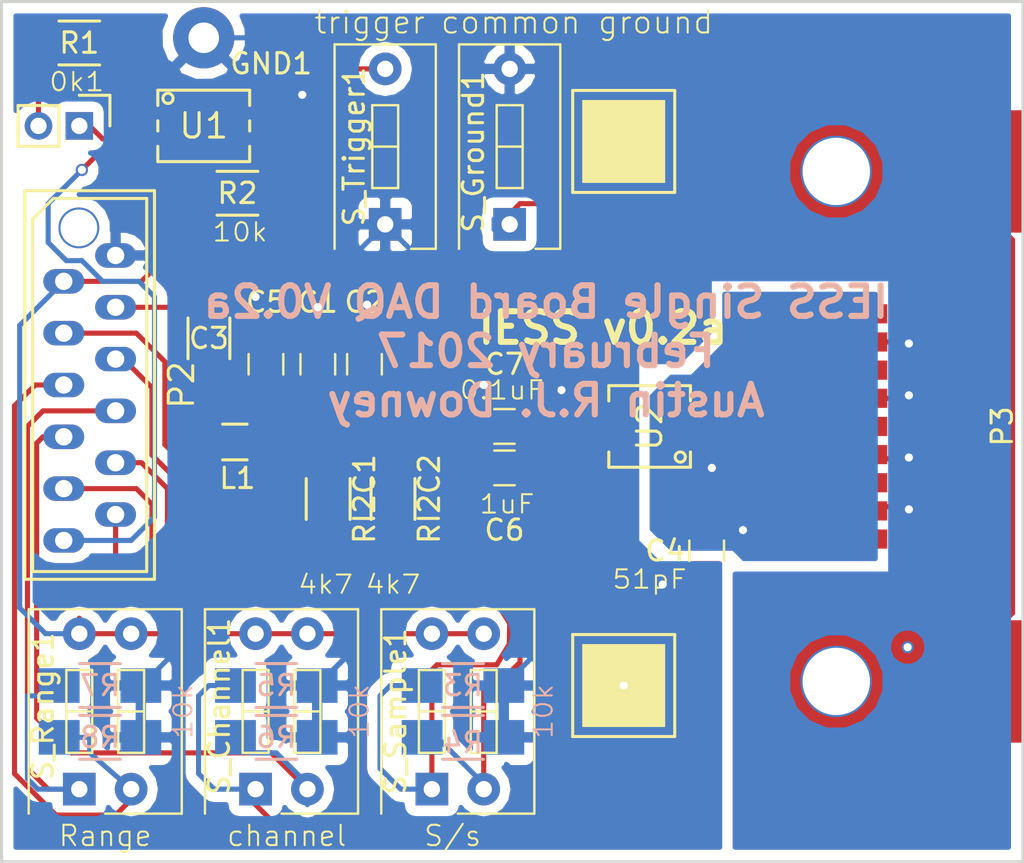
<source format=kicad_pcb>
(kicad_pcb (version 4) (host pcbnew 4.0.5)

  (general
    (links 74)
    (no_connects 0)
    (area 139.28581 84.609 206.734 128.091001)
    (thickness 1.6)
    (drawings 28)
    (tracks 315)
    (zones 0)
    (modules 31)
    (nets 23)
  )

  (page A4)
  (layers
    (0 F.Cu signal hide)
    (31 B.Cu signal hide)
    (32 B.Adhes user hide)
    (33 F.Adhes user hide)
    (34 B.Paste user hide)
    (35 F.Paste user hide)
    (36 B.SilkS user)
    (37 F.SilkS user)
    (38 B.Mask user)
    (39 F.Mask user)
    (40 Dwgs.User user hide)
    (41 Cmts.User user hide)
    (42 Eco1.User user hide)
    (43 Eco2.User user hide)
    (44 Edge.Cuts user)
    (45 Margin user hide)
    (46 B.CrtYd user hide)
    (47 F.CrtYd user hide)
    (48 B.Fab user hide)
    (49 F.Fab user hide)
  )

  (setup
    (last_trace_width 0.25)
    (trace_clearance 0.2)
    (zone_clearance 0.508)
    (zone_45_only yes)
    (trace_min 0.01)
    (segment_width 0.2)
    (edge_width 0.15)
    (via_size 0.6)
    (via_drill 0.4)
    (via_min_size 0.4)
    (via_min_drill 0.3)
    (uvia_size 0.3)
    (uvia_drill 0.1)
    (uvias_allowed no)
    (uvia_min_size 0.2)
    (uvia_min_drill 0.1)
    (pcb_text_width 0.3)
    (pcb_text_size 1.5 1.5)
    (mod_edge_width 0.15)
    (mod_text_size 1 1)
    (mod_text_width 0.15)
    (pad_size 4.064 4.064)
    (pad_drill 0)
    (pad_to_mask_clearance 0.2)
    (aux_axis_origin 0 0)
    (visible_elements 7FFEFFE5)
    (pcbplotparams
      (layerselection 0x010f0_80000001)
      (usegerberextensions false)
      (excludeedgelayer true)
      (linewidth 0.100000)
      (plotframeref false)
      (viasonmask false)
      (mode 1)
      (useauxorigin false)
      (hpglpennumber 1)
      (hpglpenspeed 20)
      (hpglpendiameter 15)
      (hpglpenoverlay 2)
      (psnegative false)
      (psa4output false)
      (plotreference false)
      (plotvalue true)
      (plotinvisibletext false)
      (padsonsilk false)
      (subtractmaskfromsilk false)
      (outputformat 1)
      (mirror false)
      (drillshape 0)
      (scaleselection 1)
      (outputdirectory Gerber/sheild/))
  )

  (net 0 "")
  (net 1 +3V3)
  (net 2 GNDA)
  (net 3 "Net-(C4-Pad1)")
  (net 4 "Net-(P1-Pad1)")
  (net 5 "Net-(P1-Pad2)")
  (net 6 +5V)
  (net 7 SDA)
  (net 8 SCL)
  (net 9 "Net-(P2-Pad6)")
  (net 10 "Net-(P2-Pad7)")
  (net 11 "Net-(P2-Pad8)")
  (net 12 "Net-(P2-Pad9)")
  (net 13 "Net-(P2-Pad10)")
  (net 14 "Net-(P2-Pad11)")
  (net 15 trigger)
  (net 16 "Net-(P3-Pad10)")
  (net 17 "Net-(R1-Pad1)")
  (net 18 "Net-(U2-Pad6)")
  (net 19 "Net-(P3-Pad7)")
  (net 20 "Net-(P3-Pad5)")
  (net 21 "Net-(P3-Pad3)")
  (net 22 "Net-(P3-Pad1)")

  (net_class Default "This is the default net class."
    (clearance 0.2)
    (trace_width 0.25)
    (via_dia 0.6)
    (via_drill 0.4)
    (uvia_dia 0.3)
    (uvia_drill 0.1)
    (add_net +3V3)
    (add_net +5V)
    (add_net GNDA)
    (add_net "Net-(C4-Pad1)")
    (add_net "Net-(P1-Pad1)")
    (add_net "Net-(P1-Pad2)")
    (add_net "Net-(P2-Pad10)")
    (add_net "Net-(P2-Pad11)")
    (add_net "Net-(P2-Pad6)")
    (add_net "Net-(P2-Pad7)")
    (add_net "Net-(P2-Pad8)")
    (add_net "Net-(P2-Pad9)")
    (add_net "Net-(P3-Pad1)")
    (add_net "Net-(P3-Pad10)")
    (add_net "Net-(P3-Pad3)")
    (add_net "Net-(P3-Pad5)")
    (add_net "Net-(P3-Pad7)")
    (add_net "Net-(R1-Pad1)")
    (add_net "Net-(U2-Pad6)")
    (add_net SCL)
    (add_net SDA)
    (add_net trigger)
  )

  (module Pin_Headers:Pin_Header_Straight_1x02_Pitch2.00mm (layer F.Cu) (tedit 5881106E) (tstamp 57FA6ABA)
    (at 160.02 91.948 270)
    (descr "Through hole pin header, 1x02, 2.00mm pitch, single row")
    (tags "pin header single row")
    (path /57FA0621)
    (fp_text reference P1 (at 20.066 19.558 360) (layer F.SilkS) hide
      (effects (font (size 1 1) (thickness 0.15)))
    )
    (fp_text value CONN_01X02 (at -1.75 -3.25 270) (layer F.Fab)
      (effects (font (size 1 1) (thickness 0.15)))
    )
    (fp_line (start -1 1) (end 1 1) (layer F.SilkS) (width 0.15))
    (fp_line (start 1 1) (end 1 3) (layer F.SilkS) (width 0.15))
    (fp_line (start 1 3) (end -1 3) (layer F.SilkS) (width 0.15))
    (fp_line (start -1 3) (end -1 1) (layer F.SilkS) (width 0.15))
    (fp_line (start -1.6 -1.6) (end 1.6 -1.6) (layer F.CrtYd) (width 0.05))
    (fp_line (start 1.6 -1.6) (end 1.6 3.6) (layer F.CrtYd) (width 0.05))
    (fp_line (start 1.6 3.6) (end -1.6 3.6) (layer F.CrtYd) (width 0.05))
    (fp_line (start -1.6 3.6) (end -1.6 -1.6) (layer F.CrtYd) (width 0.05))
    (fp_line (start -1.5 0) (end -1.5 -1.5) (layer F.SilkS) (width 0.15))
    (fp_line (start -1.5 -1.5) (end 0 -1.5) (layer F.SilkS) (width 0.15))
    (pad 1 thru_hole rect (at 0 0 270) (size 1.35 1.35) (drill 0.8) (layers *.Cu *.Mask)
      (net 4 "Net-(P1-Pad1)"))
    (pad 2 thru_hole circle (at 0 2 270) (size 1.35 1.35) (drill 0.8) (layers *.Cu *.Mask)
      (net 5 "Net-(P1-Pad2)"))
    (model Pin_Headers.3dshapes/Pin_Header_Straight_1x02_Pitch2.00mm.wrl
      (at (xyz 0 0 0))
      (scale (xyz 1 1 1))
      (rotate (xyz 0 0 0))
    )
  )

  (module Downey:EL3H7 (layer F.Cu) (tedit 58810845) (tstamp 57FA6C15)
    (at 166.116 91.948 270)
    (path /57FAE758)
    (fp_text reference U1 (at 0 0 360) (layer F.SilkS)
      (effects (font (size 1.2 1.2) (thickness 0.15)))
    )
    (fp_text value EL3H7 (at 3 0 360) (layer F.Fab)
      (effects (font (size 1.2 1.2) (thickness 0.15)))
    )
    (fp_circle (center -1.35 1.75) (end -1.1 1.75) (layer F.SilkS) (width 0.15))
    (fp_line (start 0.25 -2.25) (end -0.25 -2.25) (layer F.SilkS) (width 0.15))
    (fp_line (start 1 2.25) (end 1.5 2.25) (layer F.SilkS) (width 0.15))
    (fp_line (start 1.5 2.25) (end 1.75 2.25) (layer F.SilkS) (width 0.15))
    (fp_line (start 1.75 2.25) (end 1.75 -2.25) (layer F.SilkS) (width 0.15))
    (fp_line (start 1.75 -2.25) (end 1 -2.25) (layer F.SilkS) (width 0.15))
    (fp_line (start -0.25 2.25) (end 0.25 2.25) (layer F.SilkS) (width 0.15))
    (fp_line (start -1 -2.25) (end -1.75 -2.25) (layer F.SilkS) (width 0.15))
    (fp_line (start -1.75 -2.25) (end -1.75 2.25) (layer F.SilkS) (width 0.15))
    (fp_line (start -1.75 2.25) (end -1 2.25) (layer F.SilkS) (width 0.15))
    (pad 4 smd rect (at -0.635 -2.6 270) (size 0.6 2.5) (layers F.Cu F.Paste F.Mask)
      (net 15 trigger))
    (pad 1 smd rect (at -0.635 2.6 270) (size 0.6 2.5) (layers F.Cu F.Paste F.Mask)
      (net 17 "Net-(R1-Pad1)"))
    (pad 3 smd rect (at 0.635 -2.6 270) (size 0.6 2.5) (layers F.Cu F.Paste F.Mask)
      (net 2 GNDA))
    (pad 2 smd rect (at 0.635 2.6 270) (size 0.6 2.5) (layers F.Cu F.Paste F.Mask)
      (net 4 "Net-(P1-Pad1)"))
    (model /home/downey/KiKad_Libary_Downey/Downey/3D/walter/smd_dil/mfp-4.wrl
      (at (xyz 0 0 0))
      (scale (xyz 1 1 1))
      (rotate (xyz 0 0 0))
    )
  )

  (module Downey:SOIC_10_FDC1004 (layer F.Cu) (tedit 588108B5) (tstamp 57FA6C2D)
    (at 187.96 106.68 90)
    (path /57FA6132)
    (fp_text reference U2 (at 0 0 270) (layer F.SilkS)
      (effects (font (size 1.2 1.2) (thickness 0.15)))
    )
    (fp_text value FDC1004custom (at 3.5 -0.1 180) (layer F.Fab)
      (effects (font (size 1.2 1.2) (thickness 0.15)))
    )
    (fp_line (start 2 2) (end 2 -2) (layer F.SilkS) (width 0.15))
    (fp_line (start 2 -2) (end 1.75 -2) (layer F.SilkS) (width 0.15))
    (fp_line (start 2 2) (end 1.75 2) (layer F.SilkS) (width 0.15))
    (fp_circle (center -1.5 1.5) (end -1.5 1.75) (layer F.SilkS) (width 0.15))
    (fp_line (start -1.25 2) (end -2 2) (layer F.SilkS) (width 0.15))
    (fp_line (start -2 2) (end -2 -2) (layer F.SilkS) (width 0.15))
    (fp_line (start -2 -2) (end -1.75 -2) (layer F.SilkS) (width 0.15))
    (fp_line (start 1.25 -2) (end 1.75 -2) (layer F.SilkS) (width 0.15))
    (fp_line (start 1.75 2) (end 1.25 2) (layer F.SilkS) (width 0.15))
    (fp_line (start -1.75 -2) (end -1.25 -2) (layer F.SilkS) (width 0.15))
    (pad 10 smd rect (at -1 -2.25 90) (size 0.27 2.5) (layers F.Cu F.Paste F.Mask)
      (net 7 SDA))
    (pad 1 smd rect (at -1 2.25 90) (size 0.27 2.5) (layers F.Cu F.Paste F.Mask)
      (net 3 "Net-(C4-Pad1)"))
    (pad 9 smd rect (at -0.5 -2.25 90) (size 0.27 2.5) (layers F.Cu F.Paste F.Mask)
      (net 8 SCL))
    (pad 2 smd rect (at -0.5 2.25 90) (size 0.27 2.5) (layers F.Cu F.Paste F.Mask)
      (net 19 "Net-(P3-Pad7)"))
    (pad 8 smd rect (at 0 -2.25 90) (size 0.27 2.5) (layers F.Cu F.Paste F.Mask)
      (net 1 +3V3))
    (pad 3 smd rect (at 0 2.25 90) (size 0.27 2.5) (layers F.Cu F.Paste F.Mask)
      (net 20 "Net-(P3-Pad5)"))
    (pad 7 smd rect (at 0.5 -2.25 90) (size 0.27 2.5) (layers F.Cu F.Paste F.Mask)
      (net 2 GNDA))
    (pad 4 smd rect (at 0.5 2.25 90) (size 0.27 2.5) (layers F.Cu F.Paste F.Mask)
      (net 21 "Net-(P3-Pad3)"))
    (pad 6 smd rect (at 1 -2.25 90) (size 0.27 2.5) (layers F.Cu F.Paste F.Mask)
      (net 18 "Net-(U2-Pad6)"))
    (pad 5 smd rect (at 1 2.25 90) (size 0.27 2.5) (layers F.Cu F.Paste F.Mask)
      (net 22 "Net-(P3-Pad1)"))
    (model /home/downey/KiKad_Libary_Downey/Downey/3D/walter/smd_dil/msoic-10.wrl
      (at (xyz 0 0 0))
      (scale (xyz 1 1 1))
      (rotate (xyz 0 0 0))
    )
  )

  (module SMD_Packages:1Pin (layer F.Cu) (tedit 5801FD5F) (tstamp 57FA8C6B)
    (at 186.69 119.38)
    (descr "module 1 pin (ou trou mecanique de percage)")
    (tags DEV)
    (path /57FAA173)
    (fp_text reference P4 (at 0 -3.50012) (layer F.SilkS) hide
      (effects (font (size 1 1) (thickness 0.15)))
    )
    (fp_text value CONN_01X01 (at 0.24892 3.74904) (layer F.Fab)
      (effects (font (size 1 1) (thickness 0.15)))
    )
    (fp_line (start -2.49936 -2.49936) (end 2.49936 -2.49936) (layer F.SilkS) (width 0.15))
    (fp_line (start 2.49936 -2.49936) (end 2.49936 2.49936) (layer F.SilkS) (width 0.15))
    (fp_line (start 2.49936 2.49936) (end -2.49936 2.49936) (layer F.SilkS) (width 0.15))
    (fp_line (start -2.49936 2.49936) (end -2.49936 -2.49936) (layer F.SilkS) (width 0.15))
    (pad 1 smd rect (at 0 0) (size 4.064 4.064) (layers F.Cu F.Paste F.SilkS F.Mask)
      (net 2 GNDA))
  )

  (module SMD_Packages:1Pin (layer F.Cu) (tedit 586D696D) (tstamp 57FA8C70)
    (at 186.69 92.71)
    (descr "module 1 pin (ou trou mecanique de percage)")
    (tags DEV)
    (path /57FAA0FE)
    (fp_text reference P5 (at 0 -3.50012) (layer F.SilkS) hide
      (effects (font (size 1 1) (thickness 0.15)))
    )
    (fp_text value CONN_01X01 (at 0.24892 3.74904) (layer F.Fab)
      (effects (font (size 1 1) (thickness 0.15)))
    )
    (fp_line (start -2.49936 -2.49936) (end 2.49936 -2.49936) (layer F.SilkS) (width 0.15))
    (fp_line (start 2.49936 -2.49936) (end 2.49936 2.49936) (layer F.SilkS) (width 0.15))
    (fp_line (start 2.49936 2.49936) (end -2.49936 2.49936) (layer F.SilkS) (width 0.15))
    (fp_line (start -2.49936 2.49936) (end -2.49936 -2.49936) (layer F.SilkS) (width 0.15))
    (pad 1 smd rect (at 0 0) (size 4.064 4.064) (layers F.Cu F.Paste F.SilkS F.Mask)
      (net 2 GNDA))
  )

  (module Capacitors_SMD:C_1206_HandSoldering (layer F.Cu) (tedit 58810AC1) (tstamp 5801EDFC)
    (at 166.37 102.362 90)
    (descr "Capacitor SMD 1206, hand soldering")
    (tags "capacitor 1206")
    (path /57FA96A1)
    (attr smd)
    (fp_text reference C3 (at 0 0 180) (layer F.SilkS)
      (effects (font (size 1 1) (thickness 0.15)))
    )
    (fp_text value 100uF (at 4.1 0.2 180) (layer F.Fab)
      (effects (font (size 1 1) (thickness 0.15)))
    )
    (fp_line (start -1.6 0.8) (end -1.6 -0.8) (layer F.Fab) (width 0.15))
    (fp_line (start 1.6 0.8) (end -1.6 0.8) (layer F.Fab) (width 0.15))
    (fp_line (start 1.6 -0.8) (end 1.6 0.8) (layer F.Fab) (width 0.15))
    (fp_line (start -1.6 -0.8) (end 1.6 -0.8) (layer F.Fab) (width 0.15))
    (fp_line (start -3.3 -1.15) (end 3.3 -1.15) (layer F.CrtYd) (width 0.05))
    (fp_line (start -3.3 1.15) (end 3.3 1.15) (layer F.CrtYd) (width 0.05))
    (fp_line (start -3.3 -1.15) (end -3.3 1.15) (layer F.CrtYd) (width 0.05))
    (fp_line (start 3.3 -1.15) (end 3.3 1.15) (layer F.CrtYd) (width 0.05))
    (fp_line (start 1 -1.025) (end -1 -1.025) (layer F.SilkS) (width 0.15))
    (fp_line (start -1 1.025) (end 1 1.025) (layer F.SilkS) (width 0.15))
    (pad 1 smd rect (at -2 0 90) (size 2 1.6) (layers F.Cu F.Paste F.Mask)
      (net 1 +3V3))
    (pad 2 smd rect (at 2 0 90) (size 2 1.6) (layers F.Cu F.Paste F.Mask)
      (net 2 GNDA))
    (model Capacitors_SMD.3dshapes/C_1206_HandSoldering.wrl
      (at (xyz 0 0 0))
      (scale (xyz 1 1 1))
      (rotate (xyz 0 0 0))
    )
  )

  (module Measurement_Points:Measurement_Point_Round-TH_Big (layer F.Cu) (tedit 58810854) (tstamp 586D61C8)
    (at 166.116 87.63)
    (descr "Mesurement Point, Round, Trough Hole,  DM 3mm, Drill 1.5mm,")
    (tags "Mesurement Point Round Trough Hole 3mm 1.5mm")
    (path /5801FC3D)
    (attr virtual)
    (fp_text reference GND1 (at 3.302 1.27) (layer F.SilkS)
      (effects (font (size 1 1) (thickness 0.15)))
    )
    (fp_text value TEST_1P (at 0 3) (layer F.Fab)
      (effects (font (size 1 1) (thickness 0.15)))
    )
    (fp_circle (center 0 0) (end 1.75 0) (layer F.CrtYd) (width 0.05))
    (pad 1 thru_hole circle (at 0 0) (size 3 3) (drill 1.5) (layers *.Cu *.Mask)
      (net 2 GNDA))
  )

  (module Buttons_Switches_ThroughHole:SW_DIP_x2_W7.62mm_Slide (layer F.Cu) (tedit 588107CA) (tstamp 586D6305)
    (at 168.656 124.46 90)
    (descr "2x-dip-switch, Slide, row spacing 7.62 mm (300 mils)")
    (tags "DIP Switch Slide 7.62mm 300mil")
    (path /57FA1B0F)
    (fp_text reference S_Channel1 (at 4.064 -1.778 90) (layer F.SilkS)
      (effects (font (size 1 1) (thickness 0.15)))
    )
    (fp_text value DIPS_02 (at 3.81 6.02 90) (layer F.Fab)
      (effects (font (size 1 1) (thickness 0.15)))
    )
    (fp_line (start -0.08 -2.36) (end 8.7 -2.36) (layer F.Fab) (width 0.1))
    (fp_line (start 8.7 -2.36) (end 8.7 4.9) (layer F.Fab) (width 0.1))
    (fp_line (start 8.7 4.9) (end -1.08 4.9) (layer F.Fab) (width 0.1))
    (fp_line (start -1.08 4.9) (end -1.08 -1.36) (layer F.Fab) (width 0.1))
    (fp_line (start -1.08 -1.36) (end -0.08 -2.36) (layer F.Fab) (width 0.1))
    (fp_line (start 1.78 -0.635) (end 1.78 0.635) (layer F.Fab) (width 0.1))
    (fp_line (start 1.78 0.635) (end 5.84 0.635) (layer F.Fab) (width 0.1))
    (fp_line (start 5.84 0.635) (end 5.84 -0.635) (layer F.Fab) (width 0.1))
    (fp_line (start 5.84 -0.635) (end 1.78 -0.635) (layer F.Fab) (width 0.1))
    (fp_line (start 3.81 -0.635) (end 3.81 0.635) (layer F.Fab) (width 0.1))
    (fp_line (start 1.78 1.905) (end 1.78 3.175) (layer F.Fab) (width 0.1))
    (fp_line (start 1.78 3.175) (end 5.84 3.175) (layer F.Fab) (width 0.1))
    (fp_line (start 5.84 3.175) (end 5.84 1.905) (layer F.Fab) (width 0.1))
    (fp_line (start 5.84 1.905) (end 1.78 1.905) (layer F.Fab) (width 0.1))
    (fp_line (start 3.81 1.905) (end 3.81 3.175) (layer F.Fab) (width 0.1))
    (fp_line (start -1.2 -2.48) (end 8.82 -2.48) (layer F.SilkS) (width 0.12))
    (fp_line (start 8.82 -2.48) (end 8.82 5.02) (layer F.SilkS) (width 0.12))
    (fp_line (start 8.82 5.02) (end -1.2 5.02) (layer F.SilkS) (width 0.12))
    (fp_line (start -1.2 5.02) (end -1.2 1.27) (layer F.SilkS) (width 0.12))
    (fp_line (start 1.78 -0.635) (end 1.78 0.635) (layer F.SilkS) (width 0.12))
    (fp_line (start 1.78 0.635) (end 5.84 0.635) (layer F.SilkS) (width 0.12))
    (fp_line (start 5.84 0.635) (end 5.84 -0.635) (layer F.SilkS) (width 0.12))
    (fp_line (start 5.84 -0.635) (end 1.78 -0.635) (layer F.SilkS) (width 0.12))
    (fp_line (start 3.81 -0.635) (end 3.81 0.635) (layer F.SilkS) (width 0.12))
    (fp_line (start 1.78 1.905) (end 1.78 3.175) (layer F.SilkS) (width 0.12))
    (fp_line (start 1.78 3.175) (end 5.84 3.175) (layer F.SilkS) (width 0.12))
    (fp_line (start 5.84 3.175) (end 5.84 1.905) (layer F.SilkS) (width 0.12))
    (fp_line (start 5.84 1.905) (end 1.78 1.905) (layer F.SilkS) (width 0.12))
    (fp_line (start 3.81 1.905) (end 3.81 3.175) (layer F.SilkS) (width 0.12))
    (fp_line (start -1.4 -2.7) (end -1.4 5.2) (layer F.CrtYd) (width 0.05))
    (fp_line (start -1.4 5.2) (end 9 5.2) (layer F.CrtYd) (width 0.05))
    (fp_line (start 9 5.2) (end 9 -2.7) (layer F.CrtYd) (width 0.05))
    (fp_line (start 9 -2.7) (end -1.4 -2.7) (layer F.CrtYd) (width 0.05))
    (pad 1 thru_hole rect (at 0 0 90) (size 1.6 1.6) (drill 0.8) (layers *.Cu *.Mask)
      (net 12 "Net-(P2-Pad9)"))
    (pad 3 thru_hole oval (at 7.62 2.54 90) (size 1.6 1.6) (drill 0.8) (layers *.Cu *.Mask)
      (net 6 +5V))
    (pad 2 thru_hole oval (at 0 2.54 90) (size 1.6 1.6) (drill 0.8) (layers *.Cu *.Mask)
      (net 11 "Net-(P2-Pad8)"))
    (pad 4 thru_hole oval (at 7.62 0 90) (size 1.6 1.6) (drill 0.8) (layers *.Cu *.Mask)
      (net 6 +5V))
    (model Buttons_Switches_ThroughHole.3dshapes/SW_DIP_x2_W7.62mm_Slide.wrl
      (at (xyz 0 0 0))
      (scale (xyz 1 1 1))
      (rotate (xyz 0 0 90))
    )
  )

  (module Buttons_Switches_ThroughHole:SW_DIP_x1_W7.62mm_Slide (layer F.Cu) (tedit 58810857) (tstamp 586D6322)
    (at 181.102 96.774 90)
    (descr "1x-dip-switch, Slide, row spacing 7.62 mm (300 mils)")
    (tags "DIP Switch Slide 7.62mm 300mil")
    (path /57FA3888)
    (fp_text reference S_Ground1 (at 3.556 -1.778 90) (layer F.SilkS)
      (effects (font (size 1 1) (thickness 0.15)))
    )
    (fp_text value DIPS_01 (at 3.81 3.48 90) (layer F.Fab)
      (effects (font (size 1 1) (thickness 0.15)))
    )
    (fp_line (start -0.08 -2.36) (end 8.7 -2.36) (layer F.Fab) (width 0.1))
    (fp_line (start 8.7 -2.36) (end 8.7 2.36) (layer F.Fab) (width 0.1))
    (fp_line (start 8.7 2.36) (end -1.08 2.36) (layer F.Fab) (width 0.1))
    (fp_line (start -1.08 2.36) (end -1.08 -1.36) (layer F.Fab) (width 0.1))
    (fp_line (start -1.08 -1.36) (end -0.08 -2.36) (layer F.Fab) (width 0.1))
    (fp_line (start 1.78 -0.635) (end 1.78 0.635) (layer F.Fab) (width 0.1))
    (fp_line (start 1.78 0.635) (end 5.84 0.635) (layer F.Fab) (width 0.1))
    (fp_line (start 5.84 0.635) (end 5.84 -0.635) (layer F.Fab) (width 0.1))
    (fp_line (start 5.84 -0.635) (end 1.78 -0.635) (layer F.Fab) (width 0.1))
    (fp_line (start 3.81 -0.635) (end 3.81 0.635) (layer F.Fab) (width 0.1))
    (fp_line (start -1.2 -2.48) (end 8.82 -2.48) (layer F.SilkS) (width 0.12))
    (fp_line (start 8.82 -2.48) (end 8.82 2.48) (layer F.SilkS) (width 0.12))
    (fp_line (start 8.82 2.48) (end -1.2 2.48) (layer F.SilkS) (width 0.12))
    (fp_line (start -1.2 2.48) (end -1.2 1.27) (layer F.SilkS) (width 0.12))
    (fp_line (start 1.78 -0.635) (end 1.78 0.635) (layer F.SilkS) (width 0.12))
    (fp_line (start 1.78 0.635) (end 5.84 0.635) (layer F.SilkS) (width 0.12))
    (fp_line (start 5.84 0.635) (end 5.84 -0.635) (layer F.SilkS) (width 0.12))
    (fp_line (start 5.84 -0.635) (end 1.78 -0.635) (layer F.SilkS) (width 0.12))
    (fp_line (start 3.81 -0.635) (end 3.81 0.635) (layer F.SilkS) (width 0.12))
    (fp_line (start -1.4 -2.7) (end -1.4 2.7) (layer F.CrtYd) (width 0.05))
    (fp_line (start -1.4 2.7) (end 9 2.7) (layer F.CrtYd) (width 0.05))
    (fp_line (start 9 2.7) (end 9 -2.7) (layer F.CrtYd) (width 0.05))
    (fp_line (start 9 -2.7) (end -1.4 -2.7) (layer F.CrtYd) (width 0.05))
    (pad 1 thru_hole rect (at 0 0 90) (size 1.6 1.6) (drill 0.8) (layers *.Cu *.Mask)
      (net 16 "Net-(P3-Pad10)"))
    (pad 2 thru_hole oval (at 7.62 0 90) (size 1.6 1.6) (drill 0.8) (layers *.Cu *.Mask)
      (net 2 GNDA))
    (model Buttons_Switches_ThroughHole.3dshapes/SW_DIP_x1_W7.62mm_Slide.wrl
      (at (xyz 0 0 0))
      (scale (xyz 1 1 1))
      (rotate (xyz 0 0 90))
    )
  )

  (module Buttons_Switches_ThroughHole:SW_DIP_x2_W7.62mm_Slide (layer F.Cu) (tedit 588107C7) (tstamp 586D634B)
    (at 160.02 124.46 90)
    (descr "2x-dip-switch, Slide, row spacing 7.62 mm (300 mils)")
    (tags "DIP Switch Slide 7.62mm 300mil")
    (path /57FA13E3)
    (fp_text reference S_Range1 (at 4.064 -1.778 90) (layer F.SilkS)
      (effects (font (size 1 1) (thickness 0.15)))
    )
    (fp_text value DIPS_02 (at 3.81 6.02 90) (layer F.Fab)
      (effects (font (size 1 1) (thickness 0.15)))
    )
    (fp_line (start -0.08 -2.36) (end 8.7 -2.36) (layer F.Fab) (width 0.1))
    (fp_line (start 8.7 -2.36) (end 8.7 4.9) (layer F.Fab) (width 0.1))
    (fp_line (start 8.7 4.9) (end -1.08 4.9) (layer F.Fab) (width 0.1))
    (fp_line (start -1.08 4.9) (end -1.08 -1.36) (layer F.Fab) (width 0.1))
    (fp_line (start -1.08 -1.36) (end -0.08 -2.36) (layer F.Fab) (width 0.1))
    (fp_line (start 1.78 -0.635) (end 1.78 0.635) (layer F.Fab) (width 0.1))
    (fp_line (start 1.78 0.635) (end 5.84 0.635) (layer F.Fab) (width 0.1))
    (fp_line (start 5.84 0.635) (end 5.84 -0.635) (layer F.Fab) (width 0.1))
    (fp_line (start 5.84 -0.635) (end 1.78 -0.635) (layer F.Fab) (width 0.1))
    (fp_line (start 3.81 -0.635) (end 3.81 0.635) (layer F.Fab) (width 0.1))
    (fp_line (start 1.78 1.905) (end 1.78 3.175) (layer F.Fab) (width 0.1))
    (fp_line (start 1.78 3.175) (end 5.84 3.175) (layer F.Fab) (width 0.1))
    (fp_line (start 5.84 3.175) (end 5.84 1.905) (layer F.Fab) (width 0.1))
    (fp_line (start 5.84 1.905) (end 1.78 1.905) (layer F.Fab) (width 0.1))
    (fp_line (start 3.81 1.905) (end 3.81 3.175) (layer F.Fab) (width 0.1))
    (fp_line (start -1.2 -2.48) (end 8.82 -2.48) (layer F.SilkS) (width 0.12))
    (fp_line (start 8.82 -2.48) (end 8.82 5.02) (layer F.SilkS) (width 0.12))
    (fp_line (start 8.82 5.02) (end -1.2 5.02) (layer F.SilkS) (width 0.12))
    (fp_line (start -1.2 5.02) (end -1.2 1.27) (layer F.SilkS) (width 0.12))
    (fp_line (start 1.78 -0.635) (end 1.78 0.635) (layer F.SilkS) (width 0.12))
    (fp_line (start 1.78 0.635) (end 5.84 0.635) (layer F.SilkS) (width 0.12))
    (fp_line (start 5.84 0.635) (end 5.84 -0.635) (layer F.SilkS) (width 0.12))
    (fp_line (start 5.84 -0.635) (end 1.78 -0.635) (layer F.SilkS) (width 0.12))
    (fp_line (start 3.81 -0.635) (end 3.81 0.635) (layer F.SilkS) (width 0.12))
    (fp_line (start 1.78 1.905) (end 1.78 3.175) (layer F.SilkS) (width 0.12))
    (fp_line (start 1.78 3.175) (end 5.84 3.175) (layer F.SilkS) (width 0.12))
    (fp_line (start 5.84 3.175) (end 5.84 1.905) (layer F.SilkS) (width 0.12))
    (fp_line (start 5.84 1.905) (end 1.78 1.905) (layer F.SilkS) (width 0.12))
    (fp_line (start 3.81 1.905) (end 3.81 3.175) (layer F.SilkS) (width 0.12))
    (fp_line (start -1.4 -2.7) (end -1.4 5.2) (layer F.CrtYd) (width 0.05))
    (fp_line (start -1.4 5.2) (end 9 5.2) (layer F.CrtYd) (width 0.05))
    (fp_line (start 9 5.2) (end 9 -2.7) (layer F.CrtYd) (width 0.05))
    (fp_line (start 9 -2.7) (end -1.4 -2.7) (layer F.CrtYd) (width 0.05))
    (pad 1 thru_hole rect (at 0 0 90) (size 1.6 1.6) (drill 0.8) (layers *.Cu *.Mask)
      (net 10 "Net-(P2-Pad7)"))
    (pad 3 thru_hole oval (at 7.62 2.54 90) (size 1.6 1.6) (drill 0.8) (layers *.Cu *.Mask)
      (net 6 +5V))
    (pad 2 thru_hole oval (at 0 2.54 90) (size 1.6 1.6) (drill 0.8) (layers *.Cu *.Mask)
      (net 9 "Net-(P2-Pad6)"))
    (pad 4 thru_hole oval (at 7.62 0 90) (size 1.6 1.6) (drill 0.8) (layers *.Cu *.Mask)
      (net 6 +5V))
    (model Buttons_Switches_ThroughHole.3dshapes/SW_DIP_x2_W7.62mm_Slide.wrl
      (at (xyz 0 0 0))
      (scale (xyz 1 1 1))
      (rotate (xyz 0 0 90))
    )
  )

  (module Buttons_Switches_ThroughHole:SW_DIP_x2_W7.62mm_Slide (layer F.Cu) (tedit 588107CD) (tstamp 586D6374)
    (at 177.292 124.46 90)
    (descr "2x-dip-switch, Slide, row spacing 7.62 mm (300 mils)")
    (tags "DIP Switch Slide 7.62mm 300mil")
    (path /57FA1BAD)
    (fp_text reference S_Sample1 (at 3.81 -1.778 90) (layer F.SilkS)
      (effects (font (size 1 1) (thickness 0.15)))
    )
    (fp_text value DIPS_02 (at 3.81 6.02 90) (layer F.Fab)
      (effects (font (size 1 1) (thickness 0.15)))
    )
    (fp_line (start -0.08 -2.36) (end 8.7 -2.36) (layer F.Fab) (width 0.1))
    (fp_line (start 8.7 -2.36) (end 8.7 4.9) (layer F.Fab) (width 0.1))
    (fp_line (start 8.7 4.9) (end -1.08 4.9) (layer F.Fab) (width 0.1))
    (fp_line (start -1.08 4.9) (end -1.08 -1.36) (layer F.Fab) (width 0.1))
    (fp_line (start -1.08 -1.36) (end -0.08 -2.36) (layer F.Fab) (width 0.1))
    (fp_line (start 1.78 -0.635) (end 1.78 0.635) (layer F.Fab) (width 0.1))
    (fp_line (start 1.78 0.635) (end 5.84 0.635) (layer F.Fab) (width 0.1))
    (fp_line (start 5.84 0.635) (end 5.84 -0.635) (layer F.Fab) (width 0.1))
    (fp_line (start 5.84 -0.635) (end 1.78 -0.635) (layer F.Fab) (width 0.1))
    (fp_line (start 3.81 -0.635) (end 3.81 0.635) (layer F.Fab) (width 0.1))
    (fp_line (start 1.78 1.905) (end 1.78 3.175) (layer F.Fab) (width 0.1))
    (fp_line (start 1.78 3.175) (end 5.84 3.175) (layer F.Fab) (width 0.1))
    (fp_line (start 5.84 3.175) (end 5.84 1.905) (layer F.Fab) (width 0.1))
    (fp_line (start 5.84 1.905) (end 1.78 1.905) (layer F.Fab) (width 0.1))
    (fp_line (start 3.81 1.905) (end 3.81 3.175) (layer F.Fab) (width 0.1))
    (fp_line (start -1.2 -2.48) (end 8.82 -2.48) (layer F.SilkS) (width 0.12))
    (fp_line (start 8.82 -2.48) (end 8.82 5.02) (layer F.SilkS) (width 0.12))
    (fp_line (start 8.82 5.02) (end -1.2 5.02) (layer F.SilkS) (width 0.12))
    (fp_line (start -1.2 5.02) (end -1.2 1.27) (layer F.SilkS) (width 0.12))
    (fp_line (start 1.78 -0.635) (end 1.78 0.635) (layer F.SilkS) (width 0.12))
    (fp_line (start 1.78 0.635) (end 5.84 0.635) (layer F.SilkS) (width 0.12))
    (fp_line (start 5.84 0.635) (end 5.84 -0.635) (layer F.SilkS) (width 0.12))
    (fp_line (start 5.84 -0.635) (end 1.78 -0.635) (layer F.SilkS) (width 0.12))
    (fp_line (start 3.81 -0.635) (end 3.81 0.635) (layer F.SilkS) (width 0.12))
    (fp_line (start 1.78 1.905) (end 1.78 3.175) (layer F.SilkS) (width 0.12))
    (fp_line (start 1.78 3.175) (end 5.84 3.175) (layer F.SilkS) (width 0.12))
    (fp_line (start 5.84 3.175) (end 5.84 1.905) (layer F.SilkS) (width 0.12))
    (fp_line (start 5.84 1.905) (end 1.78 1.905) (layer F.SilkS) (width 0.12))
    (fp_line (start 3.81 1.905) (end 3.81 3.175) (layer F.SilkS) (width 0.12))
    (fp_line (start -1.4 -2.7) (end -1.4 5.2) (layer F.CrtYd) (width 0.05))
    (fp_line (start -1.4 5.2) (end 9 5.2) (layer F.CrtYd) (width 0.05))
    (fp_line (start 9 5.2) (end 9 -2.7) (layer F.CrtYd) (width 0.05))
    (fp_line (start 9 -2.7) (end -1.4 -2.7) (layer F.CrtYd) (width 0.05))
    (pad 1 thru_hole rect (at 0 0 90) (size 1.6 1.6) (drill 0.8) (layers *.Cu *.Mask)
      (net 14 "Net-(P2-Pad11)"))
    (pad 3 thru_hole oval (at 7.62 2.54 90) (size 1.6 1.6) (drill 0.8) (layers *.Cu *.Mask)
      (net 6 +5V))
    (pad 2 thru_hole oval (at 0 2.54 90) (size 1.6 1.6) (drill 0.8) (layers *.Cu *.Mask)
      (net 13 "Net-(P2-Pad10)"))
    (pad 4 thru_hole oval (at 7.62 0 90) (size 1.6 1.6) (drill 0.8) (layers *.Cu *.Mask)
      (net 6 +5V))
    (model Buttons_Switches_ThroughHole.3dshapes/SW_DIP_x2_W7.62mm_Slide.wrl
      (at (xyz 0 0 0))
      (scale (xyz 1 1 1))
      (rotate (xyz 0 0 90))
    )
  )

  (module Buttons_Switches_ThroughHole:SW_DIP_x1_W7.62mm_Slide (layer F.Cu) (tedit 58810850) (tstamp 586D6391)
    (at 175.006 96.774 90)
    (descr "1x-dip-switch, Slide, row spacing 7.62 mm (300 mils)")
    (tags "DIP Switch Slide 7.62mm 300mil")
    (path /57FA3B05)
    (fp_text reference S_Trigger1 (at 3.81 -1.524 90) (layer F.SilkS)
      (effects (font (size 1 1) (thickness 0.15)))
    )
    (fp_text value DIPS_01 (at 3.81 3.48 90) (layer F.Fab)
      (effects (font (size 1 1) (thickness 0.15)))
    )
    (fp_line (start -0.08 -2.36) (end 8.7 -2.36) (layer F.Fab) (width 0.1))
    (fp_line (start 8.7 -2.36) (end 8.7 2.36) (layer F.Fab) (width 0.1))
    (fp_line (start 8.7 2.36) (end -1.08 2.36) (layer F.Fab) (width 0.1))
    (fp_line (start -1.08 2.36) (end -1.08 -1.36) (layer F.Fab) (width 0.1))
    (fp_line (start -1.08 -1.36) (end -0.08 -2.36) (layer F.Fab) (width 0.1))
    (fp_line (start 1.78 -0.635) (end 1.78 0.635) (layer F.Fab) (width 0.1))
    (fp_line (start 1.78 0.635) (end 5.84 0.635) (layer F.Fab) (width 0.1))
    (fp_line (start 5.84 0.635) (end 5.84 -0.635) (layer F.Fab) (width 0.1))
    (fp_line (start 5.84 -0.635) (end 1.78 -0.635) (layer F.Fab) (width 0.1))
    (fp_line (start 3.81 -0.635) (end 3.81 0.635) (layer F.Fab) (width 0.1))
    (fp_line (start -1.2 -2.48) (end 8.82 -2.48) (layer F.SilkS) (width 0.12))
    (fp_line (start 8.82 -2.48) (end 8.82 2.48) (layer F.SilkS) (width 0.12))
    (fp_line (start 8.82 2.48) (end -1.2 2.48) (layer F.SilkS) (width 0.12))
    (fp_line (start -1.2 2.48) (end -1.2 1.27) (layer F.SilkS) (width 0.12))
    (fp_line (start 1.78 -0.635) (end 1.78 0.635) (layer F.SilkS) (width 0.12))
    (fp_line (start 1.78 0.635) (end 5.84 0.635) (layer F.SilkS) (width 0.12))
    (fp_line (start 5.84 0.635) (end 5.84 -0.635) (layer F.SilkS) (width 0.12))
    (fp_line (start 5.84 -0.635) (end 1.78 -0.635) (layer F.SilkS) (width 0.12))
    (fp_line (start 3.81 -0.635) (end 3.81 0.635) (layer F.SilkS) (width 0.12))
    (fp_line (start -1.4 -2.7) (end -1.4 2.7) (layer F.CrtYd) (width 0.05))
    (fp_line (start -1.4 2.7) (end 9 2.7) (layer F.CrtYd) (width 0.05))
    (fp_line (start 9 2.7) (end 9 -2.7) (layer F.CrtYd) (width 0.05))
    (fp_line (start 9 -2.7) (end -1.4 -2.7) (layer F.CrtYd) (width 0.05))
    (pad 1 thru_hole rect (at 0 0 90) (size 1.6 1.6) (drill 0.8) (layers *.Cu *.Mask)
      (net 2 GNDA))
    (pad 2 thru_hole oval (at 7.62 0 90) (size 1.6 1.6) (drill 0.8) (layers *.Cu *.Mask)
      (net 15 trigger))
    (model Buttons_Switches_ThroughHole.3dshapes/SW_DIP_x1_W7.62mm_Slide.wrl
      (at (xyz 0 0 0))
      (scale (xyz 1 1 1))
      (rotate (xyz 0 0 90))
    )
  )

  (module Resistors_SMD:R_1206_HandSoldering (layer F.Cu) (tedit 5881084A) (tstamp 587F9741)
    (at 160.02 87.884 180)
    (descr "Resistor SMD 1206, hand soldering")
    (tags "resistor 1206")
    (path /57FA0735)
    (attr smd)
    (fp_text reference R1 (at 0 0 180) (layer F.SilkS)
      (effects (font (size 1 1) (thickness 0.15)))
    )
    (fp_text value 0k1 (at 0 2.3 180) (layer F.Fab)
      (effects (font (size 1 1) (thickness 0.15)))
    )
    (fp_line (start -1.6 0.8) (end -1.6 -0.8) (layer F.Fab) (width 0.1))
    (fp_line (start 1.6 0.8) (end -1.6 0.8) (layer F.Fab) (width 0.1))
    (fp_line (start 1.6 -0.8) (end 1.6 0.8) (layer F.Fab) (width 0.1))
    (fp_line (start -1.6 -0.8) (end 1.6 -0.8) (layer F.Fab) (width 0.1))
    (fp_line (start -3.3 -1.2) (end 3.3 -1.2) (layer F.CrtYd) (width 0.05))
    (fp_line (start -3.3 1.2) (end 3.3 1.2) (layer F.CrtYd) (width 0.05))
    (fp_line (start -3.3 -1.2) (end -3.3 1.2) (layer F.CrtYd) (width 0.05))
    (fp_line (start 3.3 -1.2) (end 3.3 1.2) (layer F.CrtYd) (width 0.05))
    (fp_line (start 1 1.075) (end -1 1.075) (layer F.SilkS) (width 0.15))
    (fp_line (start -1 -1.075) (end 1 -1.075) (layer F.SilkS) (width 0.15))
    (pad 1 smd rect (at -2 0 180) (size 2 1.7) (layers F.Cu F.Paste F.Mask)
      (net 17 "Net-(R1-Pad1)"))
    (pad 2 smd rect (at 2 0 180) (size 2 1.7) (layers F.Cu F.Paste F.Mask)
      (net 5 "Net-(P1-Pad2)"))
    (model Resistors_SMD.3dshapes/R_1206_HandSoldering.wrl
      (at (xyz 0 0 0))
      (scale (xyz 1 1 1))
      (rotate (xyz 0 0 0))
    )
  )

  (module Resistors_SMD:R_1206_HandSoldering (layer F.Cu) (tedit 58810AC8) (tstamp 587F9746)
    (at 167.767 95.25)
    (descr "Resistor SMD 1206, hand soldering")
    (tags "resistor 1206")
    (path /57FA0A56)
    (attr smd)
    (fp_text reference R2 (at 0 0) (layer F.SilkS)
      (effects (font (size 1 1) (thickness 0.15)))
    )
    (fp_text value 10k (at 0 2.3) (layer F.Fab)
      (effects (font (size 1 1) (thickness 0.15)))
    )
    (fp_line (start -1.6 0.8) (end -1.6 -0.8) (layer F.Fab) (width 0.1))
    (fp_line (start 1.6 0.8) (end -1.6 0.8) (layer F.Fab) (width 0.1))
    (fp_line (start 1.6 -0.8) (end 1.6 0.8) (layer F.Fab) (width 0.1))
    (fp_line (start -1.6 -0.8) (end 1.6 -0.8) (layer F.Fab) (width 0.1))
    (fp_line (start -3.3 -1.2) (end 3.3 -1.2) (layer F.CrtYd) (width 0.05))
    (fp_line (start -3.3 1.2) (end 3.3 1.2) (layer F.CrtYd) (width 0.05))
    (fp_line (start -3.3 -1.2) (end -3.3 1.2) (layer F.CrtYd) (width 0.05))
    (fp_line (start 3.3 -1.2) (end 3.3 1.2) (layer F.CrtYd) (width 0.05))
    (fp_line (start 1 1.075) (end -1 1.075) (layer F.SilkS) (width 0.15))
    (fp_line (start -1 -1.075) (end 1 -1.075) (layer F.SilkS) (width 0.15))
    (pad 1 smd rect (at -2 0) (size 2 1.7) (layers F.Cu F.Paste F.Mask)
      (net 6 +5V))
    (pad 2 smd rect (at 2 0) (size 2 1.7) (layers F.Cu F.Paste F.Mask)
      (net 15 trigger))
    (model Resistors_SMD.3dshapes/R_1206_HandSoldering.wrl
      (at (xyz 0 0 0))
      (scale (xyz 1 1 1))
      (rotate (xyz 0 0 0))
    )
  )

  (module Resistors_SMD:R_1206_HandSoldering (layer B.Cu) (tedit 58810ADF) (tstamp 587F9750)
    (at 178.816 121.92)
    (descr "Resistor SMD 1206, hand soldering")
    (tags "resistor 1206")
    (path /57FA2141)
    (attr smd)
    (fp_text reference R4 (at 0 0.254) (layer B.SilkS)
      (effects (font (size 1 1) (thickness 0.15)) (justify mirror))
    )
    (fp_text value 10k (at 0 -2.3) (layer B.Fab)
      (effects (font (size 1 1) (thickness 0.15)) (justify mirror))
    )
    (fp_line (start -1.6 -0.8) (end -1.6 0.8) (layer B.Fab) (width 0.1))
    (fp_line (start 1.6 -0.8) (end -1.6 -0.8) (layer B.Fab) (width 0.1))
    (fp_line (start 1.6 0.8) (end 1.6 -0.8) (layer B.Fab) (width 0.1))
    (fp_line (start -1.6 0.8) (end 1.6 0.8) (layer B.Fab) (width 0.1))
    (fp_line (start -3.3 1.2) (end 3.3 1.2) (layer B.CrtYd) (width 0.05))
    (fp_line (start -3.3 -1.2) (end 3.3 -1.2) (layer B.CrtYd) (width 0.05))
    (fp_line (start -3.3 1.2) (end -3.3 -1.2) (layer B.CrtYd) (width 0.05))
    (fp_line (start 3.3 1.2) (end 3.3 -1.2) (layer B.CrtYd) (width 0.05))
    (fp_line (start 1 -1.075) (end -1 -1.075) (layer B.SilkS) (width 0.15))
    (fp_line (start -1 1.075) (end 1 1.075) (layer B.SilkS) (width 0.15))
    (pad 1 smd rect (at -2 0) (size 2 1.7) (layers B.Cu B.Paste B.Mask)
      (net 13 "Net-(P2-Pad10)"))
    (pad 2 smd rect (at 2 0) (size 2 1.7) (layers B.Cu B.Paste B.Mask)
      (net 2 GNDA))
    (model Resistors_SMD.3dshapes/R_1206_HandSoldering.wrl
      (at (xyz 0 0 0))
      (scale (xyz 1 1 1))
      (rotate (xyz 0 0 0))
    )
  )

  (module Resistors_SMD:R_1206_HandSoldering (layer B.Cu) (tedit 58810ADC) (tstamp 587F9755)
    (at 169.672 119.38)
    (descr "Resistor SMD 1206, hand soldering")
    (tags "resistor 1206")
    (path /57FA20F1)
    (attr smd)
    (fp_text reference R5 (at 0 0) (layer B.SilkS)
      (effects (font (size 1 1) (thickness 0.15)) (justify mirror))
    )
    (fp_text value 10k (at 0 -2.3) (layer B.Fab)
      (effects (font (size 1 1) (thickness 0.15)) (justify mirror))
    )
    (fp_line (start -1.6 -0.8) (end -1.6 0.8) (layer B.Fab) (width 0.1))
    (fp_line (start 1.6 -0.8) (end -1.6 -0.8) (layer B.Fab) (width 0.1))
    (fp_line (start 1.6 0.8) (end 1.6 -0.8) (layer B.Fab) (width 0.1))
    (fp_line (start -1.6 0.8) (end 1.6 0.8) (layer B.Fab) (width 0.1))
    (fp_line (start -3.3 1.2) (end 3.3 1.2) (layer B.CrtYd) (width 0.05))
    (fp_line (start -3.3 -1.2) (end 3.3 -1.2) (layer B.CrtYd) (width 0.05))
    (fp_line (start -3.3 1.2) (end -3.3 -1.2) (layer B.CrtYd) (width 0.05))
    (fp_line (start 3.3 1.2) (end 3.3 -1.2) (layer B.CrtYd) (width 0.05))
    (fp_line (start 1 -1.075) (end -1 -1.075) (layer B.SilkS) (width 0.15))
    (fp_line (start -1 1.075) (end 1 1.075) (layer B.SilkS) (width 0.15))
    (pad 1 smd rect (at -2 0) (size 2 1.7) (layers B.Cu B.Paste B.Mask)
      (net 12 "Net-(P2-Pad9)"))
    (pad 2 smd rect (at 2 0) (size 2 1.7) (layers B.Cu B.Paste B.Mask)
      (net 2 GNDA))
    (model Resistors_SMD.3dshapes/R_1206_HandSoldering.wrl
      (at (xyz 0 0 0))
      (scale (xyz 1 1 1))
      (rotate (xyz 0 0 0))
    )
  )

  (module Resistors_SMD:R_1206_HandSoldering (layer B.Cu) (tedit 58810AD7) (tstamp 587F975A)
    (at 169.672 121.92)
    (descr "Resistor SMD 1206, hand soldering")
    (tags "resistor 1206")
    (path /57FA20A4)
    (attr smd)
    (fp_text reference R6 (at 0 0) (layer B.SilkS)
      (effects (font (size 1 1) (thickness 0.15)) (justify mirror))
    )
    (fp_text value 10k (at 0 -2.3) (layer B.Fab)
      (effects (font (size 1 1) (thickness 0.15)) (justify mirror))
    )
    (fp_line (start -1.6 -0.8) (end -1.6 0.8) (layer B.Fab) (width 0.1))
    (fp_line (start 1.6 -0.8) (end -1.6 -0.8) (layer B.Fab) (width 0.1))
    (fp_line (start 1.6 0.8) (end 1.6 -0.8) (layer B.Fab) (width 0.1))
    (fp_line (start -1.6 0.8) (end 1.6 0.8) (layer B.Fab) (width 0.1))
    (fp_line (start -3.3 1.2) (end 3.3 1.2) (layer B.CrtYd) (width 0.05))
    (fp_line (start -3.3 -1.2) (end 3.3 -1.2) (layer B.CrtYd) (width 0.05))
    (fp_line (start -3.3 1.2) (end -3.3 -1.2) (layer B.CrtYd) (width 0.05))
    (fp_line (start 3.3 1.2) (end 3.3 -1.2) (layer B.CrtYd) (width 0.05))
    (fp_line (start 1 -1.075) (end -1 -1.075) (layer B.SilkS) (width 0.15))
    (fp_line (start -1 1.075) (end 1 1.075) (layer B.SilkS) (width 0.15))
    (pad 1 smd rect (at -2 0) (size 2 1.7) (layers B.Cu B.Paste B.Mask)
      (net 11 "Net-(P2-Pad8)"))
    (pad 2 smd rect (at 2 0) (size 2 1.7) (layers B.Cu B.Paste B.Mask)
      (net 2 GNDA))
    (model Resistors_SMD.3dshapes/R_1206_HandSoldering.wrl
      (at (xyz 0 0 0))
      (scale (xyz 1 1 1))
      (rotate (xyz 0 0 0))
    )
  )

  (module Resistors_SMD:R_1206_HandSoldering (layer B.Cu) (tedit 58810AD3) (tstamp 587F975F)
    (at 161.036 119.38)
    (descr "Resistor SMD 1206, hand soldering")
    (tags "resistor 1206")
    (path /57FA1675)
    (attr smd)
    (fp_text reference R7 (at 0 0) (layer B.SilkS)
      (effects (font (size 1 1) (thickness 0.15)) (justify mirror))
    )
    (fp_text value 10k (at 0 -2.3) (layer B.Fab)
      (effects (font (size 1 1) (thickness 0.15)) (justify mirror))
    )
    (fp_line (start -1.6 -0.8) (end -1.6 0.8) (layer B.Fab) (width 0.1))
    (fp_line (start 1.6 -0.8) (end -1.6 -0.8) (layer B.Fab) (width 0.1))
    (fp_line (start 1.6 0.8) (end 1.6 -0.8) (layer B.Fab) (width 0.1))
    (fp_line (start -1.6 0.8) (end 1.6 0.8) (layer B.Fab) (width 0.1))
    (fp_line (start -3.3 1.2) (end 3.3 1.2) (layer B.CrtYd) (width 0.05))
    (fp_line (start -3.3 -1.2) (end 3.3 -1.2) (layer B.CrtYd) (width 0.05))
    (fp_line (start -3.3 1.2) (end -3.3 -1.2) (layer B.CrtYd) (width 0.05))
    (fp_line (start 3.3 1.2) (end 3.3 -1.2) (layer B.CrtYd) (width 0.05))
    (fp_line (start 1 -1.075) (end -1 -1.075) (layer B.SilkS) (width 0.15))
    (fp_line (start -1 1.075) (end 1 1.075) (layer B.SilkS) (width 0.15))
    (pad 1 smd rect (at -2 0) (size 2 1.7) (layers B.Cu B.Paste B.Mask)
      (net 10 "Net-(P2-Pad7)"))
    (pad 2 smd rect (at 2 0) (size 2 1.7) (layers B.Cu B.Paste B.Mask)
      (net 2 GNDA))
    (model Resistors_SMD.3dshapes/R_1206_HandSoldering.wrl
      (at (xyz 0 0 0))
      (scale (xyz 1 1 1))
      (rotate (xyz 0 0 0))
    )
  )

  (module Resistors_SMD:R_1206_HandSoldering (layer B.Cu) (tedit 58810AD0) (tstamp 587F9764)
    (at 161.036 121.92)
    (descr "Resistor SMD 1206, hand soldering")
    (tags "resistor 1206")
    (path /57FA16D4)
    (attr smd)
    (fp_text reference R8 (at 0 0) (layer B.SilkS)
      (effects (font (size 1 1) (thickness 0.15)) (justify mirror))
    )
    (fp_text value 10k (at 0 -2.3) (layer B.Fab)
      (effects (font (size 1 1) (thickness 0.15)) (justify mirror))
    )
    (fp_line (start -1.6 -0.8) (end -1.6 0.8) (layer B.Fab) (width 0.1))
    (fp_line (start 1.6 -0.8) (end -1.6 -0.8) (layer B.Fab) (width 0.1))
    (fp_line (start 1.6 0.8) (end 1.6 -0.8) (layer B.Fab) (width 0.1))
    (fp_line (start -1.6 0.8) (end 1.6 0.8) (layer B.Fab) (width 0.1))
    (fp_line (start -3.3 1.2) (end 3.3 1.2) (layer B.CrtYd) (width 0.05))
    (fp_line (start -3.3 -1.2) (end 3.3 -1.2) (layer B.CrtYd) (width 0.05))
    (fp_line (start -3.3 1.2) (end -3.3 -1.2) (layer B.CrtYd) (width 0.05))
    (fp_line (start 3.3 1.2) (end 3.3 -1.2) (layer B.CrtYd) (width 0.05))
    (fp_line (start 1 -1.075) (end -1 -1.075) (layer B.SilkS) (width 0.15))
    (fp_line (start -1 1.075) (end 1 1.075) (layer B.SilkS) (width 0.15))
    (pad 1 smd rect (at -2 0) (size 2 1.7) (layers B.Cu B.Paste B.Mask)
      (net 9 "Net-(P2-Pad6)"))
    (pad 2 smd rect (at 2 0) (size 2 1.7) (layers B.Cu B.Paste B.Mask)
      (net 2 GNDA))
    (model Resistors_SMD.3dshapes/R_1206_HandSoldering.wrl
      (at (xyz 0 0 0))
      (scale (xyz 1 1 1))
      (rotate (xyz 0 0 0))
    )
  )

  (module Resistors_SMD:R_1206_HandSoldering (layer F.Cu) (tedit 58810AE5) (tstamp 587F9769)
    (at 172.212 110.236 270)
    (descr "Resistor SMD 1206, hand soldering")
    (tags "resistor 1206")
    (path /57FA72A6)
    (attr smd)
    (fp_text reference RI2C1 (at 0 -1.778 270) (layer F.SilkS)
      (effects (font (size 1 1) (thickness 0.15)))
    )
    (fp_text value 4k7 (at 0 2.3 270) (layer F.Fab)
      (effects (font (size 1 1) (thickness 0.15)))
    )
    (fp_line (start -1.6 0.8) (end -1.6 -0.8) (layer F.Fab) (width 0.1))
    (fp_line (start 1.6 0.8) (end -1.6 0.8) (layer F.Fab) (width 0.1))
    (fp_line (start 1.6 -0.8) (end 1.6 0.8) (layer F.Fab) (width 0.1))
    (fp_line (start -1.6 -0.8) (end 1.6 -0.8) (layer F.Fab) (width 0.1))
    (fp_line (start -3.3 -1.2) (end 3.3 -1.2) (layer F.CrtYd) (width 0.05))
    (fp_line (start -3.3 1.2) (end 3.3 1.2) (layer F.CrtYd) (width 0.05))
    (fp_line (start -3.3 -1.2) (end -3.3 1.2) (layer F.CrtYd) (width 0.05))
    (fp_line (start 3.3 -1.2) (end 3.3 1.2) (layer F.CrtYd) (width 0.05))
    (fp_line (start 1 1.075) (end -1 1.075) (layer F.SilkS) (width 0.15))
    (fp_line (start -1 -1.075) (end 1 -1.075) (layer F.SilkS) (width 0.15))
    (pad 1 smd rect (at -2 0 270) (size 2 1.7) (layers F.Cu F.Paste F.Mask)
      (net 1 +3V3))
    (pad 2 smd rect (at 2 0 270) (size 2 1.7) (layers F.Cu F.Paste F.Mask)
      (net 7 SDA))
    (model Resistors_SMD.3dshapes/R_1206_HandSoldering.wrl
      (at (xyz 0 0 0))
      (scale (xyz 1 1 1))
      (rotate (xyz 0 0 0))
    )
  )

  (module Resistors_SMD:R_1206_HandSoldering (layer F.Cu) (tedit 58810AE7) (tstamp 587F976E)
    (at 175.387 110.236 270)
    (descr "Resistor SMD 1206, hand soldering")
    (tags "resistor 1206")
    (path /57FA7321)
    (attr smd)
    (fp_text reference RI2C2 (at 0 -1.778 270) (layer F.SilkS)
      (effects (font (size 1 1) (thickness 0.15)))
    )
    (fp_text value 4k7 (at 0 2.3 270) (layer F.Fab)
      (effects (font (size 1 1) (thickness 0.15)))
    )
    (fp_line (start -1.6 0.8) (end -1.6 -0.8) (layer F.Fab) (width 0.1))
    (fp_line (start 1.6 0.8) (end -1.6 0.8) (layer F.Fab) (width 0.1))
    (fp_line (start 1.6 -0.8) (end 1.6 0.8) (layer F.Fab) (width 0.1))
    (fp_line (start -1.6 -0.8) (end 1.6 -0.8) (layer F.Fab) (width 0.1))
    (fp_line (start -3.3 -1.2) (end 3.3 -1.2) (layer F.CrtYd) (width 0.05))
    (fp_line (start -3.3 1.2) (end 3.3 1.2) (layer F.CrtYd) (width 0.05))
    (fp_line (start -3.3 -1.2) (end -3.3 1.2) (layer F.CrtYd) (width 0.05))
    (fp_line (start 3.3 -1.2) (end 3.3 1.2) (layer F.CrtYd) (width 0.05))
    (fp_line (start 1 1.075) (end -1 1.075) (layer F.SilkS) (width 0.15))
    (fp_line (start -1 -1.075) (end 1 -1.075) (layer F.SilkS) (width 0.15))
    (pad 1 smd rect (at -2 0 270) (size 2 1.7) (layers F.Cu F.Paste F.Mask)
      (net 1 +3V3))
    (pad 2 smd rect (at 2 0 270) (size 2 1.7) (layers F.Cu F.Paste F.Mask)
      (net 8 SCL))
    (model Resistors_SMD.3dshapes/R_1206_HandSoldering.wrl
      (at (xyz 0 0 0))
      (scale (xyz 1 1 1))
      (rotate (xyz 0 0 0))
    )
  )

  (module Resistors_SMD:R_1206_HandSoldering (layer B.Cu) (tedit 589029AA) (tstamp 587F9CC4)
    (at 178.816 119.38)
    (descr "Resistor SMD 1206, hand soldering")
    (tags "resistor 1206")
    (path /57FA222C)
    (attr smd)
    (fp_text reference R3 (at 0 0) (layer B.SilkS)
      (effects (font (size 1 1) (thickness 0.15)) (justify mirror))
    )
    (fp_text value 10k (at 0 -2.3) (layer B.Fab)
      (effects (font (size 1 1) (thickness 0.15)) (justify mirror))
    )
    (fp_line (start -1.6 -0.8) (end -1.6 0.8) (layer B.Fab) (width 0.1))
    (fp_line (start 1.6 -0.8) (end -1.6 -0.8) (layer B.Fab) (width 0.1))
    (fp_line (start 1.6 0.8) (end 1.6 -0.8) (layer B.Fab) (width 0.1))
    (fp_line (start -1.6 0.8) (end 1.6 0.8) (layer B.Fab) (width 0.1))
    (fp_line (start -3.3 1.2) (end 3.3 1.2) (layer B.CrtYd) (width 0.05))
    (fp_line (start -3.3 -1.2) (end 3.3 -1.2) (layer B.CrtYd) (width 0.05))
    (fp_line (start -3.3 1.2) (end -3.3 -1.2) (layer B.CrtYd) (width 0.05))
    (fp_line (start 3.3 1.2) (end 3.3 -1.2) (layer B.CrtYd) (width 0.05))
    (fp_line (start 1 -1.075) (end -1 -1.075) (layer B.SilkS) (width 0.15))
    (fp_line (start -1 1.075) (end 1 1.075) (layer B.SilkS) (width 0.15))
    (pad 1 smd rect (at -2 0) (size 2 1.7) (layers B.Cu B.Paste B.Mask)
      (net 14 "Net-(P2-Pad11)"))
    (pad 2 smd rect (at 2 0) (size 2 1.7) (layers B.Cu B.Paste B.Mask)
      (net 2 GNDA))
    (model Resistors_SMD.3dshapes/R_1206_HandSoldering.wrl
      (at (xyz 0 0 0))
      (scale (xyz 1 1 1))
      (rotate (xyz 0 0 0))
    )
  )

  (module Capacitors_SMD:C_0805_HandSoldering (layer F.Cu) (tedit 58810A9C) (tstamp 587F9DCC)
    (at 171.704 103.632 90)
    (descr "Capacitor SMD 0805, hand soldering")
    (tags "capacitor 0805")
    (path /57FAB003)
    (attr smd)
    (fp_text reference C1 (at 3.048 0 180) (layer F.SilkS)
      (effects (font (size 1 1) (thickness 0.15)))
    )
    (fp_text value 1uF (at 0 2.1 90) (layer F.Fab)
      (effects (font (size 1 1) (thickness 0.15)))
    )
    (fp_line (start -1 0.625) (end -1 -0.625) (layer F.Fab) (width 0.1))
    (fp_line (start 1 0.625) (end -1 0.625) (layer F.Fab) (width 0.1))
    (fp_line (start 1 -0.625) (end 1 0.625) (layer F.Fab) (width 0.1))
    (fp_line (start -1 -0.625) (end 1 -0.625) (layer F.Fab) (width 0.1))
    (fp_line (start -2.3 -1) (end 2.3 -1) (layer F.CrtYd) (width 0.05))
    (fp_line (start -2.3 1) (end 2.3 1) (layer F.CrtYd) (width 0.05))
    (fp_line (start -2.3 -1) (end -2.3 1) (layer F.CrtYd) (width 0.05))
    (fp_line (start 2.3 -1) (end 2.3 1) (layer F.CrtYd) (width 0.05))
    (fp_line (start 0.5 -0.85) (end -0.5 -0.85) (layer F.SilkS) (width 0.12))
    (fp_line (start -0.5 0.85) (end 0.5 0.85) (layer F.SilkS) (width 0.12))
    (pad 1 smd rect (at -1.25 0 90) (size 1.5 1.25) (layers F.Cu F.Paste F.Mask)
      (net 1 +3V3))
    (pad 2 smd rect (at 1.25 0 90) (size 1.5 1.25) (layers F.Cu F.Paste F.Mask)
      (net 2 GNDA))
    (model Capacitors_SMD.3dshapes/C_0805_HandSoldering.wrl
      (at (xyz 0 0 0))
      (scale (xyz 1 1 1))
      (rotate (xyz 0 0 0))
    )
  )

  (module Capacitors_SMD:C_0805_HandSoldering (layer F.Cu) (tedit 58810A89) (tstamp 587F9DD1)
    (at 173.99 103.632 90)
    (descr "Capacitor SMD 0805, hand soldering")
    (tags "capacitor 0805")
    (path /57FAB325)
    (attr smd)
    (fp_text reference C2 (at 3.048 0 180) (layer F.SilkS)
      (effects (font (size 1 1) (thickness 0.15)))
    )
    (fp_text value 0.1uF (at 0 2.1 90) (layer F.Fab)
      (effects (font (size 1 1) (thickness 0.15)))
    )
    (fp_line (start -1 0.625) (end -1 -0.625) (layer F.Fab) (width 0.1))
    (fp_line (start 1 0.625) (end -1 0.625) (layer F.Fab) (width 0.1))
    (fp_line (start 1 -0.625) (end 1 0.625) (layer F.Fab) (width 0.1))
    (fp_line (start -1 -0.625) (end 1 -0.625) (layer F.Fab) (width 0.1))
    (fp_line (start -2.3 -1) (end 2.3 -1) (layer F.CrtYd) (width 0.05))
    (fp_line (start -2.3 1) (end 2.3 1) (layer F.CrtYd) (width 0.05))
    (fp_line (start -2.3 -1) (end -2.3 1) (layer F.CrtYd) (width 0.05))
    (fp_line (start 2.3 -1) (end 2.3 1) (layer F.CrtYd) (width 0.05))
    (fp_line (start 0.5 -0.85) (end -0.5 -0.85) (layer F.SilkS) (width 0.12))
    (fp_line (start -0.5 0.85) (end 0.5 0.85) (layer F.SilkS) (width 0.12))
    (pad 1 smd rect (at -1.25 0 90) (size 1.5 1.25) (layers F.Cu F.Paste F.Mask)
      (net 1 +3V3))
    (pad 2 smd rect (at 1.25 0 90) (size 1.5 1.25) (layers F.Cu F.Paste F.Mask)
      (net 2 GNDA))
    (model Capacitors_SMD.3dshapes/C_0805_HandSoldering.wrl
      (at (xyz 0 0 0))
      (scale (xyz 1 1 1))
      (rotate (xyz 0 0 0))
    )
  )

  (module Capacitors_SMD:C_0805_HandSoldering (layer F.Cu) (tedit 58903621) (tstamp 587F9DD6)
    (at 190.754 112.776 270)
    (descr "Capacitor SMD 0805, hand soldering")
    (tags "capacitor 0805")
    (path /57FABCA3)
    (attr smd)
    (fp_text reference C4 (at 0 2.032 360) (layer F.SilkS)
      (effects (font (size 1 1) (thickness 0.15)))
    )
    (fp_text value 51pF (at -1.905 2.667 360) (layer F.Fab)
      (effects (font (size 1 1) (thickness 0.15)))
    )
    (fp_line (start -1 0.625) (end -1 -0.625) (layer F.Fab) (width 0.1))
    (fp_line (start 1 0.625) (end -1 0.625) (layer F.Fab) (width 0.1))
    (fp_line (start 1 -0.625) (end 1 0.625) (layer F.Fab) (width 0.1))
    (fp_line (start -1 -0.625) (end 1 -0.625) (layer F.Fab) (width 0.1))
    (fp_line (start -2.3 -1) (end 2.3 -1) (layer F.CrtYd) (width 0.05))
    (fp_line (start -2.3 1) (end 2.3 1) (layer F.CrtYd) (width 0.05))
    (fp_line (start -2.3 -1) (end -2.3 1) (layer F.CrtYd) (width 0.05))
    (fp_line (start 2.3 -1) (end 2.3 1) (layer F.CrtYd) (width 0.05))
    (fp_line (start 0.5 -0.85) (end -0.5 -0.85) (layer F.SilkS) (width 0.12))
    (fp_line (start -0.5 0.85) (end 0.5 0.85) (layer F.SilkS) (width 0.12))
    (pad 1 smd rect (at -1.25 0 270) (size 1.5 1.25) (layers F.Cu F.Paste F.Mask)
      (net 3 "Net-(C4-Pad1)"))
    (pad 2 smd rect (at 1.25 0 270) (size 1.5 1.25) (layers F.Cu F.Paste F.Mask)
      (net 2 GNDA))
    (model Capacitors_SMD.3dshapes/C_0805_HandSoldering.wrl
      (at (xyz 0 0 0))
      (scale (xyz 1 1 1))
      (rotate (xyz 0 0 0))
    )
  )

  (module Capacitors_SMD:C_0805_HandSoldering (layer F.Cu) (tedit 58810AB1) (tstamp 587F9DDB)
    (at 169.164 103.632 90)
    (descr "Capacitor SMD 0805, hand soldering")
    (tags "capacitor 0805")
    (path /57FA9701)
    (attr smd)
    (fp_text reference C5 (at 3.048 0 180) (layer F.SilkS)
      (effects (font (size 1 1) (thickness 0.15)))
    )
    (fp_text value 10uF (at 0 2.1 90) (layer F.Fab)
      (effects (font (size 1 1) (thickness 0.15)))
    )
    (fp_line (start -1 0.625) (end -1 -0.625) (layer F.Fab) (width 0.1))
    (fp_line (start 1 0.625) (end -1 0.625) (layer F.Fab) (width 0.1))
    (fp_line (start 1 -0.625) (end 1 0.625) (layer F.Fab) (width 0.1))
    (fp_line (start -1 -0.625) (end 1 -0.625) (layer F.Fab) (width 0.1))
    (fp_line (start -2.3 -1) (end 2.3 -1) (layer F.CrtYd) (width 0.05))
    (fp_line (start -2.3 1) (end 2.3 1) (layer F.CrtYd) (width 0.05))
    (fp_line (start -2.3 -1) (end -2.3 1) (layer F.CrtYd) (width 0.05))
    (fp_line (start 2.3 -1) (end 2.3 1) (layer F.CrtYd) (width 0.05))
    (fp_line (start 0.5 -0.85) (end -0.5 -0.85) (layer F.SilkS) (width 0.12))
    (fp_line (start -0.5 0.85) (end 0.5 0.85) (layer F.SilkS) (width 0.12))
    (pad 1 smd rect (at -1.25 0 90) (size 1.5 1.25) (layers F.Cu F.Paste F.Mask)
      (net 1 +3V3))
    (pad 2 smd rect (at 1.25 0 90) (size 1.5 1.25) (layers F.Cu F.Paste F.Mask)
      (net 2 GNDA))
    (model Capacitors_SMD.3dshapes/C_0805_HandSoldering.wrl
      (at (xyz 0 0 0))
      (scale (xyz 1 1 1))
      (rotate (xyz 0 0 0))
    )
  )

  (module Capacitors_SMD:C_0805_HandSoldering (layer F.Cu) (tedit 5892EEE0) (tstamp 587F9DE0)
    (at 180.848 108.712 180)
    (descr "Capacitor SMD 0805, hand soldering")
    (tags "capacitor 0805")
    (path /57FA977B)
    (attr smd)
    (fp_text reference C6 (at 0 -3.048 180) (layer F.SilkS)
      (effects (font (size 1 1) (thickness 0.15)))
    )
    (fp_text value 1uF (at 0.254 -4.191 180) (layer F.Fab)
      (effects (font (size 1 1) (thickness 0.15)))
    )
    (fp_line (start -1 0.625) (end -1 -0.625) (layer F.Fab) (width 0.1))
    (fp_line (start 1 0.625) (end -1 0.625) (layer F.Fab) (width 0.1))
    (fp_line (start 1 -0.625) (end 1 0.625) (layer F.Fab) (width 0.1))
    (fp_line (start -1 -0.625) (end 1 -0.625) (layer F.Fab) (width 0.1))
    (fp_line (start -2.3 -1) (end 2.3 -1) (layer F.CrtYd) (width 0.05))
    (fp_line (start -2.3 1) (end 2.3 1) (layer F.CrtYd) (width 0.05))
    (fp_line (start -2.3 -1) (end -2.3 1) (layer F.CrtYd) (width 0.05))
    (fp_line (start 2.3 -1) (end 2.3 1) (layer F.CrtYd) (width 0.05))
    (fp_line (start 0.5 -0.85) (end -0.5 -0.85) (layer F.SilkS) (width 0.12))
    (fp_line (start -0.5 0.85) (end 0.5 0.85) (layer F.SilkS) (width 0.12))
    (pad 1 smd rect (at -1.25 0 180) (size 1.5 1.25) (layers F.Cu F.Paste F.Mask)
      (net 1 +3V3))
    (pad 2 smd rect (at 1.25 0 180) (size 1.5 1.25) (layers F.Cu F.Paste F.Mask)
      (net 2 GNDA))
    (model Capacitors_SMD.3dshapes/C_0805_HandSoldering.wrl
      (at (xyz 0 0 0))
      (scale (xyz 1 1 1))
      (rotate (xyz 0 0 0))
    )
  )

  (module Capacitors_SMD:C_0805_HandSoldering (layer F.Cu) (tedit 5892EEEB) (tstamp 587F9DE5)
    (at 180.848 106.68 180)
    (descr "Capacitor SMD 0805, hand soldering")
    (tags "capacitor 0805")
    (path /57FA97DE)
    (attr smd)
    (fp_text reference C7 (at 0 3.048 180) (layer F.SilkS)
      (effects (font (size 1 1) (thickness 0.15)))
    )
    (fp_text value 0.1uF (at -0.254 1.778 180) (layer F.Fab)
      (effects (font (size 1 1) (thickness 0.15)))
    )
    (fp_line (start -1 0.625) (end -1 -0.625) (layer F.Fab) (width 0.1))
    (fp_line (start 1 0.625) (end -1 0.625) (layer F.Fab) (width 0.1))
    (fp_line (start 1 -0.625) (end 1 0.625) (layer F.Fab) (width 0.1))
    (fp_line (start -1 -0.625) (end 1 -0.625) (layer F.Fab) (width 0.1))
    (fp_line (start -2.3 -1) (end 2.3 -1) (layer F.CrtYd) (width 0.05))
    (fp_line (start -2.3 1) (end 2.3 1) (layer F.CrtYd) (width 0.05))
    (fp_line (start -2.3 -1) (end -2.3 1) (layer F.CrtYd) (width 0.05))
    (fp_line (start 2.3 -1) (end 2.3 1) (layer F.CrtYd) (width 0.05))
    (fp_line (start 0.5 -0.85) (end -0.5 -0.85) (layer F.SilkS) (width 0.12))
    (fp_line (start -0.5 0.85) (end 0.5 0.85) (layer F.SilkS) (width 0.12))
    (pad 1 smd rect (at -1.25 0 180) (size 1.5 1.25) (layers F.Cu F.Paste F.Mask)
      (net 1 +3V3))
    (pad 2 smd rect (at 1.25 0 180) (size 1.5 1.25) (layers F.Cu F.Paste F.Mask)
      (net 2 GNDA))
    (model Capacitors_SMD.3dshapes/C_0805_HandSoldering.wrl
      (at (xyz 0 0 0))
      (scale (xyz 1 1 1))
      (rotate (xyz 0 0 0))
    )
  )

  (module Resistors_SMD:R_0805_HandSoldering (layer F.Cu) (tedit 589035DE) (tstamp 587F9ECA)
    (at 167.64 107.442)
    (descr "Resistor SMD 0805, hand soldering")
    (tags "resistor 0805")
    (path /57FA9608)
    (attr smd)
    (fp_text reference L1 (at 0.127 1.778) (layer F.SilkS)
      (effects (font (size 1 1) (thickness 0.15)))
    )
    (fp_text value 1uH (at 0 2.1) (layer F.Fab)
      (effects (font (size 1 1) (thickness 0.15)))
    )
    (fp_line (start -1 0.625) (end -1 -0.625) (layer F.Fab) (width 0.1))
    (fp_line (start 1 0.625) (end -1 0.625) (layer F.Fab) (width 0.1))
    (fp_line (start 1 -0.625) (end 1 0.625) (layer F.Fab) (width 0.1))
    (fp_line (start -1 -0.625) (end 1 -0.625) (layer F.Fab) (width 0.1))
    (fp_line (start -2.4 -1) (end 2.4 -1) (layer F.CrtYd) (width 0.05))
    (fp_line (start -2.4 1) (end 2.4 1) (layer F.CrtYd) (width 0.05))
    (fp_line (start -2.4 -1) (end -2.4 1) (layer F.CrtYd) (width 0.05))
    (fp_line (start 2.4 -1) (end 2.4 1) (layer F.CrtYd) (width 0.05))
    (fp_line (start 0.6 0.875) (end -0.6 0.875) (layer F.SilkS) (width 0.15))
    (fp_line (start -0.6 -0.875) (end 0.6 -0.875) (layer F.SilkS) (width 0.15))
    (pad 1 smd rect (at -1.35 0) (size 1.5 1.3) (layers F.Cu F.Paste F.Mask)
      (net 1 +3V3))
    (pad 2 smd rect (at 1.35 0) (size 1.5 1.3) (layers F.Cu F.Paste F.Mask)
      (net 1 +3V3))
    (model Resistors_SMD.3dshapes/R_0805_HandSoldering.wrl
      (at (xyz 0 0 0))
      (scale (xyz 1 1 1))
      (rotate (xyz 0 0 0))
    )
  )

  (module Downey:DSUB-9_surface_mount (layer F.Cu) (tedit 58801995) (tstamp 58801A92)
    (at 197.104 106.68 90)
    (descr "Connecteur DB9 male encarte")
    (tags "CONN DB9")
    (path /57FA3DE5)
    (fp_text reference P3 (at 0 8.128 270) (layer F.SilkS)
      (effects (font (size 1 1) (thickness 0.15)))
    )
    (fp_text value CONN_01X10 (at 0 5.588 270) (layer F.Fab)
      (effects (font (size 1 1) (thickness 0.15)))
    )
    (fp_line (start -9.271 9.271) (end 9.144 9.271) (layer F.SilkS) (width 0.15))
    (pad 10 smd rect (at -12.5 2.58 90) (size 6 13.7) (layers F.Cu F.Paste F.Mask)
      (net 16 "Net-(P3-Pad10)"))
    (pad 3 connect rect (at 2.76 -0.5 90) (size 0.94 6) (layers F.Cu F.Mask)
      (net 21 "Net-(P3-Pad3)"))
    (pad 2 connect rect (at 4.14 -0.5 90) (size 0.94 6) (layers F.Cu F.Mask)
      (net 2 GNDA))
    (pad 4 connect rect (at 1.38 -0.5 90) (size 0.94 6) (layers F.Cu F.Mask)
      (net 2 GNDA))
    (pad 5 connect rect (at 0 -0.5 90) (size 0.94 6) (layers F.Cu F.Mask)
      (net 20 "Net-(P3-Pad5)"))
    (pad 1 connect rect (at 5.52 -0.5 90) (size 0.94 6) (layers F.Cu F.Mask)
      (net 22 "Net-(P3-Pad1)"))
    (pad 9 connect rect (at -5.52 -0.5 90) (size 0.94 6) (layers F.Cu F.Mask)
      (net 3 "Net-(C4-Pad1)"))
    (pad 8 connect rect (at -4.14 -0.5 90) (size 0.94 6) (layers F.Cu F.Mask)
      (net 2 GNDA))
    (pad 7 connect rect (at -2.76 -0.5 90) (size 0.94 6) (layers F.Cu F.Mask)
      (net 19 "Net-(P3-Pad7)"))
    (pad 6 connect rect (at -1.38 -0.5 90) (size 0.94 6) (layers F.Cu F.Mask)
      (net 2 GNDA))
    (pad 10 smd rect (at 12.5 2.58 90) (size 6 13.7) (layers F.Cu F.Paste F.Mask)
      (net 16 "Net-(P3-Pad10)"))
    (pad 10 thru_hole circle (at 12.5 0 90) (size 3.5 3.5) (drill 3.3) (layers *.Cu *.Mask)
      (net 16 "Net-(P3-Pad10)"))
    (pad 10 thru_hole circle (at -12.5 0 90) (size 3.5 3.5) (drill 3.3) (layers *.Cu *.Mask)
      (net 16 "Net-(P3-Pad10)"))
    (model Connect.3dshapes/DB9M_CI.wrl
      (at (xyz 0 0 -0.033))
      (scale (xyz 1 1 1))
      (rotate (xyz 90 180 0))
    )
  )

  (module Downey:3M_12POS_ribbon_conn (layer F.Cu) (tedit 5892AE63) (tstamp 57FA6AD4)
    (at 160.528 104.648 270)
    (path /57F9FFFE)
    (fp_text reference P2 (at 0 -4.5 270) (layer F.SilkS)
      (effects (font (size 1.2 1.2) (thickness 0.15)))
    )
    (fp_text value CONN_01X12 (at 2.25 4 270) (layer F.Fab)
      (effects (font (size 1.2 1.2) (thickness 0.15)))
    )
    (fp_line (start 9.144 2.794) (end 9.144 -2.794) (layer F.SilkS) (width 0.15))
    (fp_line (start 9.144 -2.794) (end -9.144 -2.794) (layer F.SilkS) (width 0.15))
    (fp_line (start -8.128 2.794) (end 9.144 2.794) (layer F.SilkS) (width 0.15))
    (fp_line (start -9.144 1.778) (end -8.128 2.794) (layer F.SilkS) (width 0.15))
    (fp_line (start -9.144 -2.794) (end -9.144 1.778) (layer F.SilkS) (width 0.15))
    (fp_line (start -9.525 -3.175) (end -9.525 3.175) (layer F.SilkS) (width 0.15))
    (fp_line (start -9.525 3.175) (end 9.525 3.175) (layer F.SilkS) (width 0.15))
    (fp_line (start 9.525 3.175) (end 9.525 -3.175) (layer F.SilkS) (width 0.15))
    (fp_line (start -9.525 -3.175) (end 9.525 -3.175) (layer F.SilkS) (width 0.15))
    (pad 1 thru_hole oval (at -6.35 -1.27 270) (size 1.2 2) (drill 0.85) (layers *.Cu *.Mask)
      (net 2 GNDA))
    (pad 2 thru_hole oval (at -5.08 1.27 270) (size 1.2 2) (drill 0.85) (layers *.Cu *.Mask)
      (net 6 +5V))
    (pad 3 thru_hole oval (at -3.81 -1.27 270) (size 1.2 2) (drill 0.85) (layers *.Cu *.Mask)
      (net 1 +3V3))
    (pad 4 thru_hole oval (at -2.54 1.27 270) (size 1.2 2) (drill 0.85) (layers *.Cu *.Mask)
      (net 8 SCL))
    (pad 5 thru_hole oval (at -1.27 -1.27 270) (size 1.2 2) (drill 0.85) (layers *.Cu *.Mask)
      (net 7 SDA))
    (pad 6 thru_hole oval (at 0 1.27 270) (size 1.2 2) (drill 0.85) (layers *.Cu *.Mask)
      (net 9 "Net-(P2-Pad6)"))
    (pad 7 thru_hole oval (at 1.27 -1.27 270) (size 1.2 2) (drill 0.85) (layers *.Cu *.Mask)
      (net 10 "Net-(P2-Pad7)"))
    (pad 8 thru_hole oval (at 2.54 1.27 270) (size 1.2 2) (drill 0.85) (layers *.Cu *.Mask)
      (net 11 "Net-(P2-Pad8)"))
    (pad 9 thru_hole oval (at 3.81 -1.27 270) (size 1.2 2) (drill 0.85) (layers *.Cu *.Mask)
      (net 12 "Net-(P2-Pad9)"))
    (pad 10 thru_hole oval (at 5.08 1.27 270) (size 1.2 2) (drill 0.85) (layers *.Cu *.Mask)
      (net 13 "Net-(P2-Pad10)"))
    (pad 11 thru_hole oval (at 6.35 -1.27 270) (size 1.2 2) (drill 0.85) (layers *.Cu *.Mask)
      (net 14 "Net-(P2-Pad11)"))
    (pad 12 thru_hole oval (at 7.62 1.27 270) (size 1.2 2) (drill 0.85) (layers *.Cu *.Mask)
      (net 15 trigger))
    (pad "" np_thru_hole circle (at -7.7 0.53 270) (size 2 2) (drill 1.8) (layers *.Cu *.Mask))
  )

  (gr_line (start 156.21 120.142) (end 156.21 122.047) (angle 90) (layer Edge.Cuts) (width 0.15))
  (gr_line (start 156.21 92.964) (end 156.21 95.25) (angle 90) (layer Edge.Cuts) (width 0.15))
  (gr_line (start 177.038 85.852) (end 177.546 85.852) (angle 90) (layer Edge.Cuts) (width 0.15))
  (gr_text "10k\n" (at 167.894 97.155) (layer F.SilkS)
    (effects (font (size 0.9 1) (thickness 0.1)))
  )
  (gr_text "10k\n" (at 182.753 120.65 90) (layer B.SilkS)
    (effects (font (size 0.9 1) (thickness 0.1)))
  )
  (gr_text "10k\n" (at 173.736 120.65 90) (layer B.SilkS)
    (effects (font (size 0.9 1) (thickness 0.1)))
  )
  (gr_text "10k\n" (at 165.1 120.65 90) (layer B.SilkS)
    (effects (font (size 0.9 1) (thickness 0.1)))
  )
  (gr_text 0k1 (at 159.893 89.789) (layer F.SilkS)
    (effects (font (size 0.9 1) (thickness 0.1)))
  )
  (gr_text 4k7 (at 175.387 114.427) (layer F.SilkS)
    (effects (font (size 0.9 1) (thickness 0.1)))
  )
  (gr_text 4k7 (at 172.085 114.427) (layer F.SilkS)
    (effects (font (size 0.9 1) (thickness 0.1)))
  )
  (gr_text 0.1uF (at 180.721 104.902) (layer F.SilkS)
    (effects (font (size 0.9 1) (thickness 0.1)))
  )
  (gr_text 1uF (at 180.975 110.49) (layer F.SilkS)
    (effects (font (size 0.9 1) (thickness 0.1)))
  )
  (gr_text 51pF (at 187.96 114.173) (layer F.SilkS)
    (effects (font (size 0.9 1) (thickness 0.1)))
  )
  (gr_line (start 177.546 85.852) (end 206.248 85.852) (angle 90) (layer Edge.Cuts) (width 0.15))
  (gr_line (start 156.21 85.852) (end 177.038 85.852) (angle 90) (layer Edge.Cuts) (width 0.15))
  (gr_text "common ground\n" (at 184.404 86.868) (layer F.SilkS)
    (effects (font (size 1.1 1.1) (thickness 0.1)))
  )
  (gr_text trigger (at 174.244 86.868) (layer F.SilkS)
    (effects (font (size 1.1 1.1) (thickness 0.1)))
  )
  (gr_text S/s (at 178.308 126.746) (layer F.SilkS)
    (effects (font (size 1 1) (thickness 0.1)))
  )
  (gr_text channel (at 170.18 126.746) (layer F.SilkS)
    (effects (font (size 1 1) (thickness 0.1)))
  )
  (gr_text Range (at 161.29 126.746) (layer F.SilkS)
    (effects (font (size 1 1) (thickness 0.1)))
  )
  (gr_line (start 156.21 85.852) (end 156.21 92.964) (angle 90) (layer Edge.Cuts) (width 0.15))
  (gr_line (start 206.248 128.016) (end 206.248 87.63) (angle 90) (layer Edge.Cuts) (width 0.15))
  (gr_line (start 156.21 128.016) (end 206.248 128.016) (angle 90) (layer Edge.Cuts) (width 0.15))
  (gr_line (start 156.21 121.92) (end 156.21 128.016) (angle 90) (layer Edge.Cuts) (width 0.15))
  (gr_line (start 206.248 87.63) (end 206.248 85.852) (angle 90) (layer Edge.Cuts) (width 0.15))
  (gr_line (start 156.21 95.25) (end 156.21 120.142) (angle 90) (layer Edge.Cuts) (width 0.15))
  (gr_text "IESS v0.2a\n" (at 185.674 101.854) (layer F.SilkS)
    (effects (font (size 1.5 1.5) (thickness 0.3)))
  )
  (gr_text "IESS Single Board DAQ V0.2a\nFebruary 2017\nAustin R.J. Downey\n" (at 182.88 102.997) (layer B.SilkS)
    (effects (font (size 1.5 1.5) (thickness 0.3)) (justify mirror))
  )

  (segment (start 161.798 100.838) (end 164.719 100.838) (width 0.25) (layer F.Cu) (net 1))
  (segment (start 165.1 103.092) (end 166.37 104.362) (width 0.25) (layer F.Cu) (net 1) (tstamp 5892C32C))
  (segment (start 165.1 101.219) (end 165.1 103.092) (width 0.25) (layer F.Cu) (net 1) (tstamp 5892C32A))
  (segment (start 164.719 100.838) (end 165.1 101.219) (width 0.25) (layer F.Cu) (net 1) (tstamp 5892C329))
  (segment (start 175.387 108.236) (end 176.181 108.236) (width 0.25) (layer F.Cu) (net 1) (status 30))
  (segment (start 176.181 108.236) (end 178.181 110.236) (width 0.25) (layer F.Cu) (net 1) (tstamp 58902ED4) (status 10))
  (segment (start 180.574 110.236) (end 182.098 108.712) (width 0.25) (layer F.Cu) (net 1) (tstamp 58902ED7) (status 20))
  (segment (start 178.181 110.236) (end 180.574 110.236) (width 0.25) (layer F.Cu) (net 1) (tstamp 58902ED5))
  (segment (start 172.212 108.236) (end 175.387 108.236) (width 0.25) (layer F.Cu) (net 1) (status 30))
  (segment (start 173.99 104.882) (end 173.99 106.839) (width 0.25) (layer F.Cu) (net 1) (status 10))
  (segment (start 173.99 106.839) (end 175.387 108.236) (width 0.25) (layer F.Cu) (net 1) (tstamp 58902ECE) (status 20))
  (segment (start 171.704 104.882) (end 173.99 104.882) (width 0.25) (layer F.Cu) (net 1) (status 30))
  (segment (start 169.164 104.882) (end 171.704 104.882) (width 0.25) (layer F.Cu) (net 1) (status 30))
  (segment (start 168.99 107.442) (end 166.29 107.442) (width 0.25) (layer F.Cu) (net 1) (status 30))
  (segment (start 166.29 107.442) (end 166.29 104.442) (width 0.25) (layer F.Cu) (net 1) (status 30))
  (segment (start 166.29 104.442) (end 166.37 104.362) (width 0.25) (layer F.Cu) (net 1) (tstamp 5880F0CD) (status 30))
  (segment (start 173.736 105.136) (end 173.482 104.882) (width 0.25) (layer F.Cu) (net 1) (tstamp 5880F0C7) (status 30))
  (segment (start 169.164 104.882) (end 168.99 105.056) (width 0.25) (layer F.Cu) (net 1) (tstamp 5880F0C9) (status 30))
  (segment (start 168.99 105.056) (end 168.99 107.442) (width 0.25) (layer F.Cu) (net 1) (tstamp 5880F0CA) (status 30))
  (segment (start 182.098 106.68) (end 185.71 106.68) (width 0.25) (layer F.Cu) (net 1) (status 30))
  (segment (start 182.098 108.712) (end 182.098 106.68) (width 0.25) (layer F.Cu) (net 1) (tstamp 5880F0BF) (status 30))
  (segment (start 161.798 98.298) (end 173.482 98.298) (width 0.25) (layer B.Cu) (net 2))
  (segment (start 173.482 98.298) (end 175.006 96.774) (width 0.25) (layer B.Cu) (net 2) (tstamp 5892C33F))
  (segment (start 188.595 114.427) (end 185.293 111.125) (width 0.25) (layer B.Cu) (net 2))
  (segment (start 185.293 106.553) (end 183.642 104.902) (width 0.25) (layer B.Cu) (net 2) (tstamp 58903081))
  (segment (start 185.293 111.125) (end 185.293 106.553) (width 0.25) (layer B.Cu) (net 2) (tstamp 5890307F))
  (segment (start 200.66 102.616) (end 200.66 99.568) (width 0.25) (layer B.Cu) (net 2))
  (segment (start 176.784 98.552) (end 175.006 96.774) (width 0.25) (layer B.Cu) (net 2) (tstamp 58903066) (status 20))
  (segment (start 199.644 98.552) (end 176.784 98.552) (width 0.25) (layer B.Cu) (net 2) (tstamp 58903064))
  (segment (start 200.66 99.568) (end 199.644 98.552) (width 0.25) (layer B.Cu) (net 2) (tstamp 58903062))
  (segment (start 186.69 119.38) (end 186.69 116.332) (width 0.25) (layer B.Cu) (net 2))
  (segment (start 188.996 114.026) (end 190.754 114.026) (width 0.25) (layer F.Cu) (net 2) (tstamp 5890305C) (status 20))
  (segment (start 188.595 114.427) (end 188.996 114.026) (width 0.25) (layer F.Cu) (net 2) (tstamp 5890305B))
  (via (at 188.595 114.427) (size 0.6) (drill 0.4) (layers F.Cu B.Cu) (net 2))
  (segment (start 186.69 116.332) (end 188.595 114.427) (width 0.25) (layer B.Cu) (net 2) (tstamp 58903056))
  (via (at 186.69 119.38) (size 0.6) (drill 0.4) (layers F.Cu B.Cu) (net 2) (status 30))
  (segment (start 186.69 119.38) (end 180.816 119.38) (width 0.25) (layer B.Cu) (net 2) (tstamp 58903031) (status 20))
  (segment (start 179.832 104.648) (end 178.054 104.648) (width 0.25) (layer B.Cu) (net 2))
  (segment (start 178.054 104.648) (end 174.117 100.711) (width 0.25) (layer B.Cu) (net 2) (tstamp 58903017))
  (segment (start 173.99 102.382) (end 173.99 100.838) (width 0.25) (layer F.Cu) (net 2) (status 10))
  (segment (start 173.99 100.838) (end 174.117 100.711) (width 0.25) (layer F.Cu) (net 2) (tstamp 58902FF5))
  (via (at 174.117 100.711) (size 0.6) (drill 0.4) (layers F.Cu B.Cu) (net 2))
  (segment (start 175.006 99.822) (end 175.006 96.774) (width 0.25) (layer B.Cu) (net 2) (tstamp 58902FF9) (status 20))
  (segment (start 174.117 100.711) (end 175.006 99.822) (width 0.25) (layer B.Cu) (net 2) (tstamp 58902FF8))
  (segment (start 171.704 102.382) (end 173.99 102.382) (width 0.25) (layer F.Cu) (net 2) (status 30))
  (segment (start 171.672 119.38) (end 171.704 119.38) (width 0.25) (layer B.Cu) (net 2) (status 30))
  (segment (start 171.704 119.38) (end 174.752 116.332) (width 0.25) (layer B.Cu) (net 2) (tstamp 58902B2B) (status 10))
  (segment (start 174.752 116.332) (end 174.752 115.062) (width 0.25) (layer B.Cu) (net 2) (tstamp 58902B2C))
  (segment (start 174.752 115.062) (end 175.26 114.554) (width 0.25) (layer B.Cu) (net 2) (tstamp 58902B2D))
  (segment (start 175.26 114.554) (end 182.118 114.554) (width 0.25) (layer B.Cu) (net 2) (tstamp 58902B30))
  (segment (start 182.118 114.554) (end 182.626 115.062) (width 0.25) (layer B.Cu) (net 2) (tstamp 58902B31))
  (segment (start 182.626 115.062) (end 182.626 117.57) (width 0.25) (layer B.Cu) (net 2) (tstamp 58902B33))
  (segment (start 182.626 117.57) (end 180.816 119.38) (width 0.25) (layer B.Cu) (net 2) (tstamp 58902B34) (status 20))
  (segment (start 180.816 119.38) (end 180.816 118.904) (width 0.25) (layer B.Cu) (net 2) (status 30))
  (segment (start 171.672 118.904) (end 171.672 119.38) (width 0.25) (layer B.Cu) (net 2) (tstamp 58902B26) (status 30))
  (segment (start 163.036 119.38) (end 163.068 119.38) (width 0.25) (layer B.Cu) (net 2) (status 30))
  (segment (start 163.068 119.38) (end 166.624 115.824) (width 0.25) (layer B.Cu) (net 2) (tstamp 58902B0E) (status 10))
  (segment (start 173.482 117.57) (end 171.672 119.38) (width 0.25) (layer B.Cu) (net 2) (tstamp 58902B16) (status 20))
  (segment (start 173.482 115.824) (end 173.482 117.57) (width 0.25) (layer B.Cu) (net 2) (tstamp 58902B15))
  (segment (start 172.72 115.062) (end 173.482 115.824) (width 0.25) (layer B.Cu) (net 2) (tstamp 58902B13))
  (segment (start 167.132 115.062) (end 172.72 115.062) (width 0.25) (layer B.Cu) (net 2) (tstamp 58902B12))
  (segment (start 166.624 115.57) (end 167.132 115.062) (width 0.25) (layer B.Cu) (net 2) (tstamp 58902B11))
  (segment (start 166.624 115.824) (end 166.624 115.57) (width 0.25) (layer B.Cu) (net 2) (tstamp 58902B0F))
  (segment (start 180.816 121.92) (end 180.816 119.38) (width 0.25) (layer B.Cu) (net 2) (status 30))
  (segment (start 171.672 121.92) (end 171.672 119.38) (width 0.25) (layer B.Cu) (net 2) (status 30))
  (segment (start 163.036 121.92) (end 163.036 119.38) (width 0.25) (layer B.Cu) (net 2) (status 30))
  (segment (start 168.716 92.583) (end 170.561 92.583) (width 0.25) (layer F.Cu) (net 2) (status 10))
  (segment (start 175.006 93.472) (end 175.006 96.774) (width 0.25) (layer B.Cu) (net 2) (tstamp 589028B3) (status 20))
  (segment (start 171.958 90.424) (end 175.006 93.472) (width 0.25) (layer B.Cu) (net 2) (tstamp 589028B2))
  (segment (start 170.942 90.424) (end 171.958 90.424) (width 0.25) (layer B.Cu) (net 2) (tstamp 589028B1))
  (via (at 170.942 90.424) (size 0.6) (drill 0.4) (layers F.Cu B.Cu) (net 2))
  (segment (start 170.942 92.202) (end 170.942 90.424) (width 0.25) (layer F.Cu) (net 2) (tstamp 589028AF))
  (segment (start 170.561 92.583) (end 170.942 92.202) (width 0.25) (layer F.Cu) (net 2) (tstamp 589028AE))
  (segment (start 181.102 89.154) (end 178.816 89.154) (width 0.25) (layer B.Cu) (net 2) (status 10))
  (segment (start 177.292 87.63) (end 166.116 87.63) (width 0.25) (layer B.Cu) (net 2) (tstamp 589028A2) (status 20))
  (segment (start 178.816 89.154) (end 177.292 87.63) (width 0.25) (layer B.Cu) (net 2) (tstamp 589028A0))
  (segment (start 175.006 96.774) (end 175.006 93.726) (width 0.25) (layer B.Cu) (net 2) (status 10))
  (segment (start 175.006 93.726) (end 179.578 89.154) (width 0.25) (layer B.Cu) (net 2) (tstamp 5890289A))
  (segment (start 179.578 89.154) (end 181.102 89.154) (width 0.25) (layer B.Cu) (net 2) (tstamp 5890289C) (status 20))
  (segment (start 186.69 92.71) (end 186.69 90.932) (width 0.25) (layer F.Cu) (net 2) (status 30))
  (segment (start 186.69 90.932) (end 184.912 89.154) (width 0.25) (layer F.Cu) (net 2) (tstamp 58902887) (status 10))
  (segment (start 184.912 89.154) (end 181.102 89.154) (width 0.25) (layer F.Cu) (net 2) (tstamp 58902889) (status 20))
  (segment (start 168.716 92.583) (end 169.037 92.583) (width 0.25) (layer F.Cu) (net 2) (status 30))
  (segment (start 186.69 119.38) (end 186.69 117.348) (width 0.25) (layer F.Cu) (net 2) (status 30))
  (segment (start 195.834 110.82) (end 200.482 110.566) (width 0.25) (layer F.Cu) (net 2) (status 10))
  (segment (start 200.66 110.744) (end 200.66 108.204) (width 0.25) (layer B.Cu) (net 2) (tstamp 5880F5CB))
  (via (at 200.66 110.744) (size 0.6) (drill 0.4) (layers F.Cu B.Cu) (net 2))
  (segment (start 200.482 110.566) (end 200.66 110.744) (width 0.25) (layer F.Cu) (net 2) (tstamp 5880F5C8))
  (segment (start 195.834 108.06) (end 200.55 108.314) (width 0.25) (layer F.Cu) (net 2) (status 10))
  (segment (start 200.66 108.204) (end 200.66 105.156) (width 0.25) (layer B.Cu) (net 2) (tstamp 5880F5C1))
  (via (at 200.66 108.204) (size 0.6) (drill 0.4) (layers F.Cu B.Cu) (net 2))
  (segment (start 200.55 108.314) (end 200.66 108.204) (width 0.25) (layer F.Cu) (net 2) (tstamp 5880F5BE))
  (segment (start 200.66 102.616) (end 200.66 105.156) (width 0.25) (layer B.Cu) (net 2))
  (segment (start 200.516 105.3) (end 195.834 105.3) (width 0.25) (layer F.Cu) (net 2) (tstamp 5880F5BB) (status 20))
  (segment (start 200.66 105.156) (end 200.516 105.3) (width 0.25) (layer F.Cu) (net 2) (tstamp 5880F5BA))
  (via (at 200.66 105.156) (size 0.6) (drill 0.4) (layers F.Cu B.Cu) (net 2))
  (segment (start 195.834 102.54) (end 200.584 102.54) (width 0.25) (layer F.Cu) (net 2) (status 10))
  (via (at 200.66 102.616) (size 0.6) (drill 0.4) (layers F.Cu B.Cu) (net 2))
  (segment (start 200.584 102.54) (end 200.66 102.616) (width 0.25) (layer F.Cu) (net 2) (tstamp 5880F5A9))
  (segment (start 171.704 102.382) (end 171.704 100.838) (width 0.25) (layer F.Cu) (net 2) (status 10))
  (segment (start 171.196 100.33) (end 168.656 100.33) (width 0.25) (layer B.Cu) (net 2) (tstamp 5880F591))
  (segment (start 171.704 100.838) (end 171.196 100.33) (width 0.25) (layer B.Cu) (net 2) (tstamp 5880F590))
  (via (at 171.704 100.838) (size 0.6) (drill 0.4) (layers F.Cu B.Cu) (net 2))
  (segment (start 173.99 102.382) (end 173.99 102.108) (width 0.25) (layer F.Cu) (net 2) (status 30))
  (segment (start 185.71 106.18) (end 183.65 106.18) (width 0.25) (layer F.Cu) (net 2) (status 10))
  (via (at 183.642 104.902) (size 0.6) (drill 0.4) (layers F.Cu B.Cu) (net 2))
  (segment (start 183.642 106.172) (end 183.642 104.902) (width 0.25) (layer F.Cu) (net 2) (tstamp 5880F571))
  (segment (start 183.65 106.18) (end 183.642 106.172) (width 0.25) (layer F.Cu) (net 2) (tstamp 5880F56F))
  (segment (start 183.642 104.902) (end 183.388 104.648) (width 0.25) (layer B.Cu) (net 2) (tstamp 5880F574))
  (segment (start 183.388 104.648) (end 179.832 104.648) (width 0.25) (layer B.Cu) (net 2) (tstamp 5880F575))
  (segment (start 179.598 106.68) (end 179.598 104.882) (width 0.25) (layer F.Cu) (net 2) (status 10))
  (segment (start 179.598 104.882) (end 179.832 104.648) (width 0.25) (layer F.Cu) (net 2) (tstamp 5880F43D))
  (via (at 179.832 104.648) (size 0.6) (drill 0.4) (layers F.Cu B.Cu) (net 2))
  (segment (start 179.598 108.712) (end 179.598 106.68) (width 0.25) (layer F.Cu) (net 2) (status 30))
  (segment (start 168.656 100.33) (end 168.656 101.874) (width 0.25) (layer F.Cu) (net 2) (status 20))
  (segment (start 168.656 101.874) (end 169.164 102.382) (width 0.25) (layer F.Cu) (net 2) (tstamp 5880F41D) (status 30))
  (segment (start 168.624 100.362) (end 166.37 100.362) (width 0.25) (layer F.Cu) (net 2) (tstamp 5880F41A) (status 20))
  (segment (start 168.656 100.33) (end 168.624 100.362) (width 0.25) (layer F.Cu) (net 2) (tstamp 5880F419))
  (segment (start 186.69 119.38) (end 186.69 118.09) (width 0.25) (layer F.Cu) (net 2) (status 30))
  (segment (start 169.35 102.2) (end 169.4 102.15) (width 0.25) (layer F.Cu) (net 2) (tstamp 57FA8664) (status 30))
  (via (at 168.656 100.33) (size 0.6) (drill 0.4) (layers F.Cu B.Cu) (net 2))
  (segment (start 195.834 112.2) (end 193.108 112.2) (width 0.25) (layer F.Cu) (net 3) (status 10))
  (segment (start 192.668 111.76) (end 192.532 111.76) (width 0.25) (layer F.Cu) (net 3) (tstamp 5880FECC))
  (segment (start 193.108 112.2) (end 192.668 111.76) (width 0.25) (layer F.Cu) (net 3) (tstamp 5880FECB))
  (segment (start 190.21 107.68) (end 190.21 107.914) (width 0.25) (layer F.Cu) (net 3) (status 10))
  (segment (start 192.298 111.526) (end 190.754 111.526) (width 0.25) (layer F.Cu) (net 3) (tstamp 5880FEBE) (status 20))
  (segment (start 192.532 111.76) (end 192.298 111.526) (width 0.25) (layer F.Cu) (net 3) (tstamp 5880FEBD))
  (via (at 192.532 111.76) (size 0.6) (drill 0.4) (layers F.Cu B.Cu) (net 3))
  (segment (start 192.532 110.236) (end 192.532 111.76) (width 0.25) (layer B.Cu) (net 3) (tstamp 5880FEB6))
  (segment (start 191.008 108.712) (end 192.532 110.236) (width 0.25) (layer B.Cu) (net 3) (tstamp 5880FEB5))
  (via (at 191.008 108.712) (size 0.6) (drill 0.4) (layers F.Cu B.Cu) (net 3))
  (segment (start 190.21 107.914) (end 191.008 108.712) (width 0.25) (layer F.Cu) (net 3) (tstamp 5880FEB2))
  (segment (start 190.5 107.696) (end 190.21 107.68) (width 0.25) (layer F.Cu) (net 3) (tstamp 5880F05B) (status 30))
  (segment (start 160.02 91.948) (end 160.528 91.948) (width 0.25) (layer F.Cu) (net 4) (status 30))
  (segment (start 160.528 91.948) (end 161.163 92.583) (width 0.25) (layer F.Cu) (net 4) (tstamp 5880F366) (status 10))
  (segment (start 161.163 92.583) (end 163.516 92.583) (width 0.25) (layer F.Cu) (net 4) (tstamp 5880F367) (status 20))
  (segment (start 158.02 87.884) (end 158.02 91.948) (width 0.25) (layer F.Cu) (net 5) (status 30))
  (segment (start 160.02 116.84) (end 158.369 116.84) (width 0.25) (layer B.Cu) (net 6))
  (segment (start 157.099 101.727) (end 159.258 99.568) (width 0.25) (layer B.Cu) (net 6) (tstamp 5892C4F2))
  (segment (start 157.099 115.57) (end 157.099 101.727) (width 0.25) (layer B.Cu) (net 6) (tstamp 5892C4EF))
  (segment (start 158.369 116.84) (end 157.099 115.57) (width 0.25) (layer B.Cu) (net 6) (tstamp 5892C4EC))
  (segment (start 159.258 99.568) (end 163.068 99.568) (width 0.25) (layer F.Cu) (net 6))
  (segment (start 163.068 99.568) (end 165.767 96.869) (width 0.25) (layer F.Cu) (net 6) (tstamp 5892C36C))
  (segment (start 165.767 96.869) (end 165.767 95.25) (width 0.25) (layer F.Cu) (net 6) (tstamp 5892C36E))
  (segment (start 177.292 116.84) (end 179.832 116.84) (width 0.25) (layer F.Cu) (net 6) (status 30))
  (segment (start 171.196 116.84) (end 177.292 116.84) (width 0.25) (layer F.Cu) (net 6) (status 30))
  (segment (start 168.656 116.84) (end 171.196 116.84) (width 0.25) (layer F.Cu) (net 6) (status 30))
  (segment (start 162.56 116.84) (end 168.656 116.84) (width 0.25) (layer F.Cu) (net 6) (status 30))
  (segment (start 160.02 116.84) (end 162.56 116.84) (width 0.25) (layer F.Cu) (net 6) (status 30))
  (segment (start 160.02 116.078) (end 160.02 116.84) (width 0.25) (layer F.Cu) (net 6) (tstamp 58902B4B) (status 30))
  (segment (start 160.528 116.84) (end 160.02 116.84) (width 0.25) (layer B.Cu) (net 6) (status 30))
  (segment (start 163.068 116.84) (end 162.814 116.84) (width 0.25) (layer B.Cu) (net 6) (status 30))
  (segment (start 161.798 103.378) (end 162.179 103.378) (width 0.25) (layer F.Cu) (net 7))
  (segment (start 162.179 103.378) (end 163.576 104.775) (width 0.25) (layer F.Cu) (net 7) (tstamp 5892C573))
  (segment (start 163.576 104.775) (end 163.576 108.077) (width 0.25) (layer F.Cu) (net 7) (tstamp 5892C575))
  (segment (start 163.576 108.077) (end 165.354 109.855) (width 0.25) (layer F.Cu) (net 7) (tstamp 5892C577))
  (segment (start 165.354 109.855) (end 165.354 111.252) (width 0.25) (layer F.Cu) (net 7) (tstamp 5892C579))
  (segment (start 165.354 111.252) (end 166.338 112.236) (width 0.25) (layer F.Cu) (net 7) (tstamp 5892C57D))
  (segment (start 166.338 112.236) (end 172.212 112.236) (width 0.25) (layer F.Cu) (net 7) (tstamp 5892C57E))
  (segment (start 185.71 107.68) (end 184.547 107.68) (width 0.25) (layer F.Cu) (net 7) (status 30))
  (segment (start 184.547 107.68) (end 184.15 108.077) (width 0.25) (layer F.Cu) (net 7) (tstamp 58902EFF) (status 10))
  (segment (start 184.15 108.077) (end 184.15 110.49) (width 0.25) (layer F.Cu) (net 7) (tstamp 58902F00))
  (segment (start 184.15 110.49) (end 180.848 113.665) (width 0.25) (layer F.Cu) (net 7) (tstamp 58902F01))
  (segment (start 180.848 113.665) (end 173.863 113.665) (width 0.25) (layer F.Cu) (net 7) (tstamp 58902F03))
  (segment (start 173.863 113.665) (end 172.212 112.236) (width 0.25) (layer F.Cu) (net 7) (tstamp 58902F05) (status 20))
  (segment (start 172.212 112.141) (end 172.212 112.236) (width 0.25) (layer F.Cu) (net 7) (tstamp 58902EF1) (status 30))
  (segment (start 175.387 112.236) (end 175.387 111.887) (width 0.25) (layer F.Cu) (net 8))
  (segment (start 175.387 111.887) (end 173.99 110.49) (width 0.25) (layer F.Cu) (net 8) (tstamp 5892C582))
  (segment (start 162.814 102.108) (end 159.258 102.108) (width 0.25) (layer F.Cu) (net 8) (tstamp 5892C58E))
  (segment (start 164.211 103.505) (end 162.814 102.108) (width 0.25) (layer F.Cu) (net 8) (tstamp 5892C58C))
  (segment (start 164.211 107.569) (end 164.211 103.505) (width 0.25) (layer F.Cu) (net 8) (tstamp 5892C587))
  (segment (start 167.132 110.49) (end 164.211 107.569) (width 0.25) (layer F.Cu) (net 8) (tstamp 5892C585))
  (segment (start 173.99 110.49) (end 167.132 110.49) (width 0.25) (layer F.Cu) (net 8) (tstamp 5892C583))
  (segment (start 185.71 107.18) (end 183.904 107.18) (width 0.25) (layer F.Cu) (net 8) (status 10))
  (segment (start 176.625 110.998) (end 175.387 112.236) (width 0.25) (layer F.Cu) (net 8) (tstamp 58902EF9) (status 20))
  (segment (start 181.991 110.998) (end 176.625 110.998) (width 0.25) (layer F.Cu) (net 8) (tstamp 58902EF7))
  (segment (start 183.388 109.601) (end 181.991 110.998) (width 0.25) (layer F.Cu) (net 8) (tstamp 58902EF6))
  (segment (start 183.388 107.696) (end 183.388 109.601) (width 0.25) (layer F.Cu) (net 8) (tstamp 58902EF5))
  (segment (start 183.904 107.18) (end 183.388 107.696) (width 0.25) (layer F.Cu) (net 8) (tstamp 58902EF4))
  (segment (start 162.56 124.46) (end 162.56 124.968) (width 0.25) (layer F.Cu) (net 9))
  (segment (start 162.56 124.968) (end 161.798 125.73) (width 0.25) (layer F.Cu) (net 9) (tstamp 5892C3A8))
  (segment (start 157.861 104.648) (end 159.258 104.648) (width 0.25) (layer F.Cu) (net 9) (tstamp 5892C3C0))
  (segment (start 156.845 105.664) (end 157.861 104.648) (width 0.25) (layer F.Cu) (net 9) (tstamp 5892C3BD))
  (segment (start 156.845 123.698) (end 156.845 105.664) (width 0.25) (layer F.Cu) (net 9) (tstamp 5892C3B7))
  (segment (start 158.877 125.73) (end 156.845 123.698) (width 0.25) (layer F.Cu) (net 9) (tstamp 5892C3AF))
  (segment (start 161.798 125.73) (end 158.877 125.73) (width 0.25) (layer F.Cu) (net 9) (tstamp 5892C3AD))
  (segment (start 159.036 121.92) (end 160.528 121.92) (width 0.25) (layer B.Cu) (net 9) (status 10))
  (segment (start 162.56 124.46) (end 160.528 122.682) (width 0.25) (layer B.Cu) (net 9) (status 10))
  (segment (start 160.528 122.682) (end 160.528 121.92) (width 0.25) (layer B.Cu) (net 9) (tstamp 58902AED))
  (segment (start 160.02 124.46) (end 158.496 124.46) (width 0.25) (layer F.Cu) (net 10))
  (segment (start 158.242 105.918) (end 161.798 105.918) (width 0.25) (layer F.Cu) (net 10) (tstamp 5892C3D9))
  (segment (start 157.48 106.68) (end 158.242 105.918) (width 0.25) (layer F.Cu) (net 10) (tstamp 5892C3D8))
  (segment (start 157.48 123.444) (end 157.48 106.68) (width 0.25) (layer F.Cu) (net 10) (tstamp 5892C3D3))
  (segment (start 158.496 124.46) (end 157.48 123.444) (width 0.25) (layer F.Cu) (net 10) (tstamp 5892C3D0))
  (segment (start 158.528 119.888) (end 157.48 119.888) (width 0.25) (layer B.Cu) (net 10) (status 10))
  (segment (start 157.988 124.46) (end 157.48 123.952) (width 0.25) (layer B.Cu) (net 10) (tstamp 58902AE5))
  (segment (start 157.48 123.952) (end 157.48 119.888) (width 0.25) (layer B.Cu) (net 10) (tstamp 58902AE6))
  (segment (start 157.988 124.46) (end 160.02 124.46) (width 0.25) (layer B.Cu) (net 10) (status 20))
  (segment (start 158.528 119.888) (end 159.036 119.38) (width 0.25) (layer B.Cu) (net 10) (tstamp 58902AE9) (status 30))
  (segment (start 159.258 107.188) (end 158.242 107.188) (width 0.25) (layer F.Cu) (net 11))
  (segment (start 169.418 122.682) (end 171.196 124.46) (width 0.25) (layer F.Cu) (net 11) (tstamp 5892C417))
  (segment (start 159.639 122.682) (end 169.418 122.682) (width 0.25) (layer F.Cu) (net 11) (tstamp 5892C415))
  (segment (start 157.930002 120.973002) (end 159.639 122.682) (width 0.25) (layer F.Cu) (net 11) (tstamp 5892C410))
  (segment (start 157.930002 107.499998) (end 157.930002 120.973002) (width 0.25) (layer F.Cu) (net 11) (tstamp 5892C402))
  (segment (start 158.242 107.188) (end 157.930002 107.499998) (width 0.25) (layer F.Cu) (net 11) (tstamp 5892C400))
  (segment (start 171.196 124.46) (end 171.196 125.222) (width 0.25) (layer B.Cu) (net 11) (status 30))
  (segment (start 171.196 124.46) (end 171.196 124.206) (width 0.25) (layer B.Cu) (net 11) (status 30))
  (segment (start 171.196 124.206) (end 169.672 122.682) (width 0.25) (layer B.Cu) (net 11) (tstamp 58902AF2) (status 10))
  (segment (start 169.672 122.682) (end 168.434 122.682) (width 0.25) (layer B.Cu) (net 11) (tstamp 58902AF3) (status 20))
  (segment (start 168.434 122.682) (end 167.672 121.92) (width 0.25) (layer B.Cu) (net 11) (tstamp 58902AF4) (status 30))
  (segment (start 168.656 124.46) (end 168.656 125.222) (width 0.25) (layer F.Cu) (net 12))
  (segment (start 168.656 125.222) (end 169.545 126.111) (width 0.25) (layer F.Cu) (net 12) (tstamp 5892C4B1))
  (segment (start 163.068 108.458) (end 161.798 108.458) (width 0.25) (layer F.Cu) (net 12) (tstamp 5892C4D1))
  (segment (start 164.338 109.728) (end 163.068 108.458) (width 0.25) (layer F.Cu) (net 12) (tstamp 5892C4CE))
  (segment (start 164.338 112.776) (end 164.338 109.728) (width 0.25) (layer F.Cu) (net 12) (tstamp 5892C4CC))
  (segment (start 165.735 114.173) (end 164.338 112.776) (width 0.25) (layer F.Cu) (net 12) (tstamp 5892C4C8))
  (segment (start 181.356 114.173) (end 165.735 114.173) (width 0.25) (layer F.Cu) (net 12) (tstamp 5892C4C3))
  (segment (start 182.372 115.189) (end 181.356 114.173) (width 0.25) (layer F.Cu) (net 12) (tstamp 5892C4C0))
  (segment (start 182.372 124.841) (end 182.372 115.189) (width 0.25) (layer F.Cu) (net 12) (tstamp 5892C4BC))
  (segment (start 181.102 126.111) (end 182.372 124.841) (width 0.25) (layer F.Cu) (net 12) (tstamp 5892C4B8))
  (segment (start 169.545 126.111) (end 181.102 126.111) (width 0.25) (layer F.Cu) (net 12) (tstamp 5892C4B5))
  (segment (start 168.656 124.46) (end 166.624 124.46) (width 0.25) (layer B.Cu) (net 12) (status 10))
  (segment (start 166.37 119.38) (end 167.672 119.38) (width 0.25) (layer B.Cu) (net 12) (tstamp 58902AFA) (status 20))
  (segment (start 165.862 119.888) (end 166.37 119.38) (width 0.25) (layer B.Cu) (net 12) (tstamp 58902AF9))
  (segment (start 165.862 123.698) (end 165.862 119.888) (width 0.25) (layer B.Cu) (net 12) (tstamp 58902AF8))
  (segment (start 166.624 124.46) (end 165.862 123.698) (width 0.25) (layer B.Cu) (net 12) (tstamp 58902AF7))
  (segment (start 179.832 124.46) (end 179.832 119.38) (width 0.25) (layer F.Cu) (net 13))
  (segment (start 162.814 109.728) (end 159.258 109.728) (width 0.25) (layer F.Cu) (net 13) (tstamp 5892C475))
  (segment (start 163.576 110.49) (end 162.814 109.728) (width 0.25) (layer F.Cu) (net 13) (tstamp 5892C474))
  (segment (start 163.576 113.157) (end 163.576 110.49) (width 0.25) (layer F.Cu) (net 13) (tstamp 5892C472))
  (segment (start 165.1 114.681) (end 163.576 113.157) (width 0.25) (layer F.Cu) (net 13) (tstamp 5892C46F))
  (segment (start 180.848 114.681) (end 165.1 114.681) (width 0.25) (layer F.Cu) (net 13) (tstamp 5892C46A))
  (segment (start 181.61 115.443) (end 180.848 114.681) (width 0.25) (layer F.Cu) (net 13) (tstamp 5892C467))
  (segment (start 181.61 118.237) (end 181.61 115.443) (width 0.25) (layer F.Cu) (net 13) (tstamp 5892C463))
  (segment (start 180.848 118.999) (end 181.61 118.237) (width 0.25) (layer F.Cu) (net 13) (tstamp 5892C460))
  (segment (start 180.213 118.999) (end 180.848 118.999) (width 0.25) (layer F.Cu) (net 13) (tstamp 5892C45F))
  (segment (start 179.832 119.38) (end 180.213 118.999) (width 0.25) (layer F.Cu) (net 13) (tstamp 5892C45D))
  (segment (start 176.816 121.92) (end 177.292 121.92) (width 0.25) (layer B.Cu) (net 13) (status 30))
  (segment (start 179.832 124.46) (end 179.832 124.206) (width 0.25) (layer B.Cu) (net 13) (status 30))
  (segment (start 179.832 124.206) (end 177.546 121.92) (width 0.25) (layer B.Cu) (net 13) (tstamp 58902B04) (status 30))
  (segment (start 177.546 121.92) (end 176.816 121.92) (width 0.25) (layer B.Cu) (net 13) (tstamp 58902B05) (status 30))
  (segment (start 177.292 124.46) (end 177.292 118.618) (width 0.25) (layer F.Cu) (net 14))
  (segment (start 161.798 113.919) (end 161.798 110.998) (width 0.25) (layer F.Cu) (net 14) (tstamp 5892C442))
  (segment (start 163.195 115.316) (end 161.798 113.919) (width 0.25) (layer F.Cu) (net 14) (tstamp 5892C43B))
  (segment (start 180.467 115.316) (end 163.195 115.316) (width 0.25) (layer F.Cu) (net 14) (tstamp 5892C438))
  (segment (start 181.102 116.332) (end 180.467 115.316) (width 0.25) (layer F.Cu) (net 14) (tstamp 5892C437))
  (segment (start 181.085142 117.349824) (end 181.102 116.332) (width 0.25) (layer F.Cu) (net 14) (tstamp 5892C435))
  (segment (start 180.467 118.364) (end 181.085142 117.349824) (width 0.25) (layer F.Cu) (net 14) (tstamp 5892C432))
  (segment (start 177.546 118.364) (end 180.467 118.364) (width 0.25) (layer F.Cu) (net 14) (tstamp 5892C431))
  (segment (start 177.292 118.618) (end 177.546 118.364) (width 0.25) (layer F.Cu) (net 14) (tstamp 5892C42F))
  (segment (start 177.292 124.46) (end 175.768 124.46) (width 0.25) (layer B.Cu) (net 14) (status 10))
  (segment (start 175.26 119.38) (end 176.816 119.38) (width 0.25) (layer B.Cu) (net 14) (tstamp 58902B01) (status 20))
  (segment (start 174.752 119.888) (end 175.26 119.38) (width 0.25) (layer B.Cu) (net 14) (tstamp 58902B00))
  (segment (start 174.752 123.444) (end 174.752 119.888) (width 0.25) (layer B.Cu) (net 14) (tstamp 58902AFE))
  (segment (start 175.768 124.46) (end 174.752 123.444) (width 0.25) (layer B.Cu) (net 14) (tstamp 58902AFD))
  (segment (start 177.292 124.46) (end 177.292 123.952) (width 0.25) (layer B.Cu) (net 14) (status 30))
  (segment (start 169.767 95.25) (end 169.767 94.583) (width 0.25) (layer F.Cu) (net 15))
  (segment (start 169.767 94.583) (end 168.656 93.472) (width 0.25) (layer F.Cu) (net 15) (tstamp 5892C526))
  (segment (start 162.56 112.268) (end 159.258 112.268) (width 0.25) (layer B.Cu) (net 15) (tstamp 5892C54B))
  (segment (start 163.703 111.125) (end 162.56 112.268) (width 0.25) (layer B.Cu) (net 15) (tstamp 5892C546))
  (segment (start 163.703 100.33) (end 163.703 111.125) (width 0.25) (layer B.Cu) (net 15) (tstamp 5892C540))
  (segment (start 162.941 99.568) (end 163.703 100.33) (width 0.25) (layer B.Cu) (net 15) (tstamp 5892C53D))
  (segment (start 161.163 99.568) (end 162.941 99.568) (width 0.25) (layer B.Cu) (net 15) (tstamp 5892C53B))
  (segment (start 160.147 98.552) (end 161.163 99.568) (width 0.25) (layer B.Cu) (net 15) (tstamp 5892C539))
  (segment (start 159.385 98.552) (end 160.147 98.552) (width 0.25) (layer B.Cu) (net 15) (tstamp 5892C538))
  (segment (start 158.496 97.663) (end 159.385 98.552) (width 0.25) (layer B.Cu) (net 15) (tstamp 5892C537))
  (segment (start 158.496 95.758) (end 158.496 97.663) (width 0.25) (layer B.Cu) (net 15) (tstamp 5892C535))
  (segment (start 160.147 94.107) (end 158.496 95.758) (width 0.25) (layer B.Cu) (net 15) (tstamp 5892C534))
  (via (at 160.147 94.107) (size 0.6) (drill 0.4) (layers F.Cu B.Cu) (net 15))
  (segment (start 160.782 93.472) (end 160.147 94.107) (width 0.25) (layer F.Cu) (net 15) (tstamp 5892C532))
  (segment (start 168.656 93.472) (end 160.782 93.472) (width 0.25) (layer F.Cu) (net 15) (tstamp 5892C52A))
  (segment (start 168.716 91.313) (end 166.497 91.313) (width 0.25) (layer F.Cu) (net 15) (status 10))
  (segment (start 166.497 91.313) (end 166.116 91.694) (width 0.25) (layer F.Cu) (net 15) (tstamp 58902FA7))
  (segment (start 166.116 91.694) (end 166.116 92.71) (width 0.25) (layer F.Cu) (net 15) (tstamp 58902FA8))
  (segment (start 166.116 92.71) (end 167.005 93.599) (width 0.25) (layer F.Cu) (net 15) (tstamp 58902FAA))
  (segment (start 168.783 93.599) (end 169.767 94.583) (width 0.25) (layer F.Cu) (net 15) (tstamp 58902FAF) (status 20))
  (segment (start 167.005 93.599) (end 168.783 93.599) (width 0.25) (layer F.Cu) (net 15) (tstamp 58902FAB))
  (segment (start 166.116 91.694) (end 166.497 91.313) (width 0.25) (layer F.Cu) (net 15) (tstamp 58902F47))
  (segment (start 166.116 92.71) (end 166.116 91.694) (width 0.25) (layer F.Cu) (net 15) (tstamp 58902F46))
  (segment (start 175.006 89.154) (end 169.164 89.154) (width 0.25) (layer F.Cu) (net 15) (status 10))
  (segment (start 168.716 89.602) (end 168.716 91.313) (width 0.25) (layer F.Cu) (net 15) (tstamp 58902896) (status 20))
  (segment (start 169.164 89.154) (end 168.716 89.602) (width 0.25) (layer F.Cu) (net 15) (tstamp 58902895))
  (segment (start 181.102 96.774) (end 181.102 96.266) (width 0.25) (layer F.Cu) (net 16) (status 30))
  (segment (start 181.102 96.266) (end 181.61 95.758) (width 0.25) (layer F.Cu) (net 16) (tstamp 5890288D) (status 10))
  (segment (start 181.61 95.758) (end 189.484 95.758) (width 0.25) (layer F.Cu) (net 16) (tstamp 5890288E))
  (segment (start 189.484 95.758) (end 191.062 94.18) (width 0.25) (layer F.Cu) (net 16) (tstamp 5890288F))
  (segment (start 191.062 94.18) (end 199.684 94.18) (width 0.25) (layer F.Cu) (net 16) (tstamp 58902891) (status 20))
  (segment (start 180.34 97.028) (end 180.34 96.52) (width 0.25) (layer B.Cu) (net 16) (status 30))
  (segment (start 199.684 119.18) (end 202.384 119.18) (width 0.25) (layer F.Cu) (net 16) (status 30))
  (segment (start 202.384 119.18) (end 205.74 115.824) (width 0.25) (layer F.Cu) (net 16) (tstamp 5880F60D) (status 10))
  (segment (start 205.74 115.824) (end 205.74 97.536) (width 0.25) (layer F.Cu) (net 16) (tstamp 5880F611))
  (segment (start 205.74 97.536) (end 202.384 94.18) (width 0.25) (layer F.Cu) (net 16) (tstamp 5880F61B) (status 20))
  (segment (start 202.384 94.18) (end 199.684 94.18) (width 0.25) (layer F.Cu) (net 16) (tstamp 5880F61C) (status 30))
  (segment (start 195 95) (end 193.42 95) (width 0.25) (layer F.Cu) (net 16) (status 30))
  (segment (start 195 117.5) (end 200.4 117.5) (width 0.25) (layer F.Cu) (net 16) (status 30))
  (via (at 200.6 117.5) (size 0.6) (drill 0.4) (layers F.Cu B.Cu) (net 16) (status 30))
  (segment (start 200.4 117.5) (end 200.6 117.5) (width 0.25) (layer F.Cu) (net 16) (tstamp 57FA8D0F) (status 30))
  (segment (start 163.516 91.313) (end 163.516 89.38) (width 0.25) (layer F.Cu) (net 17) (status 10))
  (segment (start 163.516 89.38) (end 162.02 87.884) (width 0.25) (layer F.Cu) (net 17) (tstamp 5880F360) (status 20))
  (segment (start 190.21 107.18) (end 192.016 107.18) (width 0.25) (layer F.Cu) (net 19) (status 10))
  (segment (start 193.26 109.44) (end 195.834 109.44) (width 0.25) (layer F.Cu) (net 19) (tstamp 5880F063) (status 20))
  (segment (start 192.532 108.712) (end 193.26 109.44) (width 0.25) (layer F.Cu) (net 19) (tstamp 5880F062))
  (segment (start 192.532 107.696) (end 192.532 108.712) (width 0.25) (layer F.Cu) (net 19) (tstamp 5880F061))
  (segment (start 192.016 107.18) (end 192.532 107.696) (width 0.25) (layer F.Cu) (net 19) (tstamp 5880F060))
  (segment (start 190.21 106.68) (end 195.834 106.68) (width 0.25) (layer F.Cu) (net 20) (status 30))
  (segment (start 190.21 106.18) (end 192.016 106.18) (width 0.25) (layer F.Cu) (net 21) (status 10))
  (segment (start 193.26 103.92) (end 195.834 103.92) (width 0.25) (layer F.Cu) (net 21) (tstamp 5880F06D) (status 20))
  (segment (start 192.532 104.648) (end 193.26 103.92) (width 0.25) (layer F.Cu) (net 21) (tstamp 5880F06C))
  (segment (start 192.532 105.664) (end 192.532 104.648) (width 0.25) (layer F.Cu) (net 21) (tstamp 5880F06B))
  (segment (start 192.016 106.18) (end 192.532 105.664) (width 0.25) (layer F.Cu) (net 21) (tstamp 5880F06A))
  (segment (start 195.834 101.16) (end 192.6 101.16) (width 0.25) (layer F.Cu) (net 22) (status 10))
  (segment (start 191.5 105.68) (end 190.21 105.68) (width 0.25) (layer F.Cu) (net 22) (tstamp 5880F053) (status 20))
  (segment (start 192.024 105.156) (end 191.5 105.68) (width 0.25) (layer F.Cu) (net 22) (tstamp 5880F052))
  (segment (start 192.024 101.736) (end 192.024 105.156) (width 0.25) (layer F.Cu) (net 22) (tstamp 5880F051))
  (segment (start 192.6 101.16) (end 192.024 101.736) (width 0.25) (layer F.Cu) (net 22) (tstamp 5880F050))

  (zone (net 3) (net_name "Net-(C4-Pad1)") (layer B.Cu) (tstamp 5880FF0F) (hatch edge 0.508)
    (connect_pads (clearance 0.508))
    (min_thickness 0.254)
    (fill yes (arc_segments 16) (thermal_gap 0.508) (thermal_bridge_width 0.508))
    (polygon
      (pts
        (xy 187.96 106.68) (xy 187.96 111.76) (xy 188.976 112.776) (xy 192.024 112.776) (xy 192.532 113.284)
        (xy 199.136 113.284) (xy 199.136 100.076) (xy 191.516 100.076) (xy 191.516 102.616) (xy 189.992 104.14)
        (xy 188.976 104.14) (xy 187.96 105.156)
      )
    )
    (filled_polygon
      (pts
        (xy 199.009 113.157) (xy 192.584606 113.157) (xy 192.113803 112.686197) (xy 192.071789 112.658334) (xy 192.024 112.649)
        (xy 189.028606 112.649) (xy 188.087 111.707394) (xy 188.087 105.208606) (xy 189.028606 104.267) (xy 189.992 104.267)
        (xy 190.04141 104.256994) (xy 190.081803 104.229803) (xy 191.605803 102.705803) (xy 191.633666 102.663789) (xy 191.643 102.616)
        (xy 191.643 100.203) (xy 199.009 100.203)
      )
    )
  )
  (zone (net 2) (net_name GNDA) (layer B.Cu) (tstamp 58810039) (hatch edge 0.508)
    (connect_pads (clearance 0.508))
    (min_thickness 0.254)
    (fill yes (arc_segments 16) (thermal_gap 0.508) (thermal_bridge_width 0.508))
    (polygon
      (pts
        (xy 205.74 127.508) (xy 192.024 127.508) (xy 192.024 113.792) (xy 199.644 113.792) (xy 199.644 99.568)
        (xy 191.008 99.568) (xy 191.008 102.108) (xy 189.484 103.632) (xy 187.452 103.632) (xy 187.452 112.268)
        (xy 188.468 113.284) (xy 191.516 113.284) (xy 191.516 127.508) (xy 156.464 127.508) (xy 156.464 86.36)
        (xy 205.74 86.36)
      )
    )
    (filled_polygon
      (pts
        (xy 163.973277 87.246187) (xy 163.989503 88.095387) (xy 164.283261 88.804582) (xy 164.60203 88.964365) (xy 165.936395 87.63)
        (xy 165.922253 87.615858) (xy 166.101858 87.436253) (xy 166.116 87.450395) (xy 166.130143 87.436253) (xy 166.309748 87.615858)
        (xy 166.295605 87.63) (xy 167.62997 88.964365) (xy 167.948739 88.804582) (xy 168.258723 88.013813) (xy 168.242497 87.164613)
        (xy 167.992887 86.562) (xy 205.538 86.562) (xy 205.538 127.306) (xy 192.151 127.306) (xy 192.151 119.652325)
        (xy 194.718587 119.652325) (xy 195.080916 120.529229) (xy 195.751242 121.200726) (xy 196.627513 121.564585) (xy 197.576325 121.565413)
        (xy 198.453229 121.203084) (xy 199.124726 120.532758) (xy 199.488585 119.656487) (xy 199.489413 118.707675) (xy 199.127084 117.830771)
        (xy 198.981734 117.685167) (xy 199.664838 117.685167) (xy 199.806883 118.028943) (xy 200.069673 118.292192) (xy 200.413201 118.434838)
        (xy 200.785167 118.435162) (xy 201.128943 118.293117) (xy 201.392192 118.030327) (xy 201.534838 117.686799) (xy 201.535162 117.314833)
        (xy 201.393117 116.971057) (xy 201.130327 116.707808) (xy 200.786799 116.565162) (xy 200.414833 116.564838) (xy 200.071057 116.706883)
        (xy 199.807808 116.969673) (xy 199.665162 117.313201) (xy 199.664838 117.685167) (xy 198.981734 117.685167) (xy 198.456758 117.159274)
        (xy 197.580487 116.795415) (xy 196.631675 116.794587) (xy 195.754771 117.156916) (xy 195.083274 117.827242) (xy 194.719415 118.703513)
        (xy 194.718587 119.652325) (xy 192.151 119.652325) (xy 192.151 113.919) (xy 199.644 113.919) (xy 199.69341 113.908994)
        (xy 199.735035 113.880553) (xy 199.762315 113.838159) (xy 199.771 113.792) (xy 199.771 99.568) (xy 199.760994 99.51859)
        (xy 199.732553 99.476965) (xy 199.690159 99.449685) (xy 199.644 99.441) (xy 191.008 99.441) (xy 190.95859 99.451006)
        (xy 190.916965 99.479447) (xy 190.889685 99.521841) (xy 190.881 99.568) (xy 190.881 102.055394) (xy 189.431394 103.505)
        (xy 187.452 103.505) (xy 187.40259 103.515006) (xy 187.360965 103.543447) (xy 187.333685 103.585841) (xy 187.325 103.632)
        (xy 187.325 112.268) (xy 187.335006 112.31741) (xy 187.362197 112.357803) (xy 188.378197 113.373803) (xy 188.420211 113.401666)
        (xy 188.468 113.411) (xy 191.389 113.411) (xy 191.389 127.306) (xy 156.92 127.306) (xy 156.92 124.455579)
        (xy 156.942599 124.489401) (xy 157.450599 124.997401) (xy 157.697161 125.162148) (xy 157.988 125.22) (xy 158.57256 125.22)
        (xy 158.57256 125.26) (xy 158.616838 125.495317) (xy 158.75591 125.711441) (xy 158.96811 125.856431) (xy 159.22 125.90744)
        (xy 160.82 125.90744) (xy 161.055317 125.863162) (xy 161.271441 125.72409) (xy 161.416431 125.51189) (xy 161.447815 125.356911)
        (xy 161.545302 125.502811) (xy 162.010849 125.81388) (xy 162.56 125.923113) (xy 163.109151 125.81388) (xy 163.574698 125.502811)
        (xy 163.885767 125.037264) (xy 163.995 124.488113) (xy 163.995 124.431887) (xy 163.885767 123.882736) (xy 163.574698 123.417189)
        (xy 163.556456 123.405) (xy 164.162309 123.405) (xy 164.395698 123.308327) (xy 164.574327 123.129699) (xy 164.671 122.89631)
        (xy 164.671 122.20575) (xy 164.51225 122.047) (xy 163.163 122.047) (xy 163.163 122.067) (xy 162.909 122.067)
        (xy 162.909 122.047) (xy 161.55975 122.047) (xy 161.401 122.20575) (xy 161.401 122.436011) (xy 161.288 122.337136)
        (xy 161.288 121.92) (xy 161.230148 121.629161) (xy 161.065401 121.382599) (xy 160.818839 121.217852) (xy 160.68344 121.190919)
        (xy 160.68344 121.07) (xy 160.639162 120.834683) (xy 160.518985 120.647923) (xy 160.632431 120.48189) (xy 160.68344 120.23)
        (xy 160.68344 119.66575) (xy 161.401 119.66575) (xy 161.401 120.35631) (xy 161.497673 120.589699) (xy 161.557974 120.65)
        (xy 161.497673 120.710301) (xy 161.401 120.94369) (xy 161.401 121.63425) (xy 161.55975 121.793) (xy 162.909 121.793)
        (xy 162.909 119.507) (xy 163.163 119.507) (xy 163.163 121.793) (xy 164.51225 121.793) (xy 164.671 121.63425)
        (xy 164.671 120.94369) (xy 164.574327 120.710301) (xy 164.514026 120.65) (xy 164.574327 120.589699) (xy 164.671 120.35631)
        (xy 164.671 119.888) (xy 165.102 119.888) (xy 165.102 123.698) (xy 165.159852 123.988839) (xy 165.324599 124.235401)
        (xy 166.086599 124.997401) (xy 166.333161 125.162148) (xy 166.624 125.22) (xy 167.20856 125.22) (xy 167.20856 125.26)
        (xy 167.252838 125.495317) (xy 167.39191 125.711441) (xy 167.60411 125.856431) (xy 167.856 125.90744) (xy 169.456 125.90744)
        (xy 169.691317 125.863162) (xy 169.907441 125.72409) (xy 170.052431 125.51189) (xy 170.083815 125.356911) (xy 170.181302 125.502811)
        (xy 170.646849 125.81388) (xy 170.779674 125.840301) (xy 170.905161 125.924148) (xy 171.196 125.982) (xy 171.486839 125.924148)
        (xy 171.612326 125.840301) (xy 171.745151 125.81388) (xy 172.210698 125.502811) (xy 172.521767 125.037264) (xy 172.631 124.488113)
        (xy 172.631 124.431887) (xy 172.521767 123.882736) (xy 172.210698 123.417189) (xy 172.192456 123.405) (xy 172.798309 123.405)
        (xy 173.031698 123.308327) (xy 173.210327 123.129699) (xy 173.307 122.89631) (xy 173.307 122.20575) (xy 173.14825 122.047)
        (xy 171.799 122.047) (xy 171.799 122.067) (xy 171.545 122.067) (xy 171.545 122.047) (xy 170.19575 122.047)
        (xy 170.142711 122.100039) (xy 169.962839 121.979852) (xy 169.672 121.922) (xy 169.31944 121.922) (xy 169.31944 121.07)
        (xy 169.275162 120.834683) (xy 169.154985 120.647923) (xy 169.268431 120.48189) (xy 169.31944 120.23) (xy 169.31944 119.66575)
        (xy 170.037 119.66575) (xy 170.037 120.35631) (xy 170.133673 120.589699) (xy 170.193974 120.65) (xy 170.133673 120.710301)
        (xy 170.037 120.94369) (xy 170.037 121.63425) (xy 170.19575 121.793) (xy 171.545 121.793) (xy 171.545 119.507)
        (xy 171.799 119.507) (xy 171.799 121.793) (xy 173.14825 121.793) (xy 173.307 121.63425) (xy 173.307 120.94369)
        (xy 173.210327 120.710301) (xy 173.150026 120.65) (xy 173.210327 120.589699) (xy 173.307 120.35631) (xy 173.307 119.888)
        (xy 173.992 119.888) (xy 173.992 123.444) (xy 174.049852 123.734839) (xy 174.214599 123.981401) (xy 175.230599 124.997401)
        (xy 175.477161 125.162148) (xy 175.768 125.22) (xy 175.84456 125.22) (xy 175.84456 125.26) (xy 175.888838 125.495317)
        (xy 176.02791 125.711441) (xy 176.24011 125.856431) (xy 176.492 125.90744) (xy 178.092 125.90744) (xy 178.327317 125.863162)
        (xy 178.543441 125.72409) (xy 178.688431 125.51189) (xy 178.719815 125.356911) (xy 178.817302 125.502811) (xy 179.282849 125.81388)
        (xy 179.832 125.923113) (xy 180.381151 125.81388) (xy 180.846698 125.502811) (xy 181.157767 125.037264) (xy 181.267 124.488113)
        (xy 181.267 124.431887) (xy 181.157767 123.882736) (xy 180.846698 123.417189) (xy 180.828456 123.405) (xy 180.943002 123.405)
        (xy 180.943002 123.246252) (xy 181.10175 123.405) (xy 181.942309 123.405) (xy 182.175698 123.308327) (xy 182.354327 123.129699)
        (xy 182.451 122.89631) (xy 182.451 122.20575) (xy 182.29225 122.047) (xy 180.943 122.047) (xy 180.943 122.067)
        (xy 180.689 122.067) (xy 180.689 122.047) (xy 179.33975 122.047) (xy 179.181 122.20575) (xy 179.181 122.480198)
        (xy 178.46344 121.762638) (xy 178.46344 121.07) (xy 178.419162 120.834683) (xy 178.298985 120.647923) (xy 178.412431 120.48189)
        (xy 178.46344 120.23) (xy 178.46344 119.66575) (xy 179.181 119.66575) (xy 179.181 120.35631) (xy 179.277673 120.589699)
        (xy 179.337974 120.65) (xy 179.277673 120.710301) (xy 179.181 120.94369) (xy 179.181 121.63425) (xy 179.33975 121.793)
        (xy 180.689 121.793) (xy 180.689 119.507) (xy 180.943 119.507) (xy 180.943 121.793) (xy 182.29225 121.793)
        (xy 182.451 121.63425) (xy 182.451 120.94369) (xy 182.354327 120.710301) (xy 182.294026 120.65) (xy 182.354327 120.589699)
        (xy 182.451 120.35631) (xy 182.451 119.66575) (xy 182.29225 119.507) (xy 180.943 119.507) (xy 180.689 119.507)
        (xy 179.33975 119.507) (xy 179.181 119.66575) (xy 178.46344 119.66575) (xy 178.46344 118.53) (xy 178.419162 118.294683)
        (xy 178.28009 118.078559) (xy 178.148403 117.988581) (xy 178.306698 117.882811) (xy 178.562 117.500725) (xy 178.817302 117.882811)
        (xy 179.271145 118.18606) (xy 179.181 118.40369) (xy 179.181 119.09425) (xy 179.33975 119.253) (xy 180.689 119.253)
        (xy 180.689 119.233) (xy 180.943 119.233) (xy 180.943 119.253) (xy 182.29225 119.253) (xy 182.451 119.09425)
        (xy 182.451 118.40369) (xy 182.354327 118.170301) (xy 182.175698 117.991673) (xy 181.942309 117.895) (xy 181.10175 117.895)
        (xy 180.943002 118.053748) (xy 180.943002 117.895) (xy 180.828456 117.895) (xy 180.846698 117.882811) (xy 181.157767 117.417264)
        (xy 181.267 116.868113) (xy 181.267 116.811887) (xy 181.157767 116.262736) (xy 180.846698 115.797189) (xy 180.381151 115.48612)
        (xy 179.832 115.376887) (xy 179.282849 115.48612) (xy 178.817302 115.797189) (xy 178.562 116.179275) (xy 178.306698 115.797189)
        (xy 177.841151 115.48612) (xy 177.292 115.376887) (xy 176.742849 115.48612) (xy 176.277302 115.797189) (xy 175.966233 116.262736)
        (xy 175.857 116.811887) (xy 175.857 116.868113) (xy 175.966233 117.417264) (xy 176.277134 117.88256) (xy 175.816 117.88256)
        (xy 175.580683 117.926838) (xy 175.364559 118.06591) (xy 175.219569 118.27811) (xy 175.16856 118.53) (xy 175.16856 118.638189)
        (xy 174.969161 118.677852) (xy 174.924528 118.707675) (xy 174.722599 118.842599) (xy 174.214599 119.350599) (xy 174.049852 119.597161)
        (xy 173.992 119.888) (xy 173.307 119.888) (xy 173.307 119.66575) (xy 173.14825 119.507) (xy 171.799 119.507)
        (xy 171.545 119.507) (xy 170.19575 119.507) (xy 170.037 119.66575) (xy 169.31944 119.66575) (xy 169.31944 118.53)
        (xy 169.275162 118.294683) (xy 169.20875 118.191475) (xy 169.670698 117.882811) (xy 169.926 117.500725) (xy 170.181302 117.882811)
        (xy 170.332009 117.98351) (xy 170.312302 117.991673) (xy 170.133673 118.170301) (xy 170.037 118.40369) (xy 170.037 119.09425)
        (xy 170.19575 119.253) (xy 171.545 119.253) (xy 171.545 119.233) (xy 171.799 119.233) (xy 171.799 119.253)
        (xy 173.14825 119.253) (xy 173.307 119.09425) (xy 173.307 118.40369) (xy 173.210327 118.170301) (xy 173.031698 117.991673)
        (xy 172.798309 117.895) (xy 172.192456 117.895) (xy 172.210698 117.882811) (xy 172.521767 117.417264) (xy 172.631 116.868113)
        (xy 172.631 116.811887) (xy 172.521767 116.262736) (xy 172.210698 115.797189) (xy 171.745151 115.48612) (xy 171.196 115.376887)
        (xy 170.646849 115.48612) (xy 170.181302 115.797189) (xy 169.926 116.179275) (xy 169.670698 115.797189) (xy 169.205151 115.48612)
        (xy 168.656 115.376887) (xy 168.106849 115.48612) (xy 167.641302 115.797189) (xy 167.330233 116.262736) (xy 167.221 116.811887)
        (xy 167.221 116.868113) (xy 167.330233 117.417264) (xy 167.641134 117.88256) (xy 166.672 117.88256) (xy 166.436683 117.926838)
        (xy 166.220559 118.06591) (xy 166.075569 118.27811) (xy 166.02456 118.53) (xy 166.02456 118.714335) (xy 165.832599 118.842599)
        (xy 165.324599 119.350599) (xy 165.159852 119.597161) (xy 165.102 119.888) (xy 164.671 119.888) (xy 164.671 119.66575)
        (xy 164.51225 119.507) (xy 163.163 119.507) (xy 162.909 119.507) (xy 161.55975 119.507) (xy 161.401 119.66575)
        (xy 160.68344 119.66575) (xy 160.68344 118.53) (xy 160.639162 118.294683) (xy 160.57275 118.191475) (xy 161.034698 117.882811)
        (xy 161.29 117.500725) (xy 161.545302 117.882811) (xy 161.696009 117.98351) (xy 161.676302 117.991673) (xy 161.497673 118.170301)
        (xy 161.401 118.40369) (xy 161.401 119.09425) (xy 161.55975 119.253) (xy 162.909 119.253) (xy 162.909 119.233)
        (xy 163.163 119.233) (xy 163.163 119.253) (xy 164.51225 119.253) (xy 164.671 119.09425) (xy 164.671 118.40369)
        (xy 164.574327 118.170301) (xy 164.395698 117.991673) (xy 164.162309 117.895) (xy 163.556456 117.895) (xy 163.574698 117.882811)
        (xy 163.885767 117.417264) (xy 163.995 116.868113) (xy 163.995 116.811887) (xy 163.885767 116.262736) (xy 163.574698 115.797189)
        (xy 163.109151 115.48612) (xy 162.56 115.376887) (xy 162.010849 115.48612) (xy 161.545302 115.797189) (xy 161.29 116.179275)
        (xy 161.034698 115.797189) (xy 160.569151 115.48612) (xy 160.02 115.376887) (xy 159.470849 115.48612) (xy 159.005302 115.797189)
        (xy 158.816333 116.08) (xy 158.683802 116.08) (xy 157.859 115.255198) (xy 157.859 113.001058) (xy 157.952691 113.141277)
        (xy 158.353354 113.408991) (xy 158.825968 113.503) (xy 159.690032 113.503) (xy 160.162646 113.408991) (xy 160.563309 113.141277)
        (xy 160.638998 113.028) (xy 162.56 113.028) (xy 162.850839 112.970148) (xy 163.097401 112.805401) (xy 164.240401 111.662401)
        (xy 164.405148 111.415839) (xy 164.463 111.125) (xy 164.463 100.33) (xy 164.405148 100.039161) (xy 164.240401 99.792599)
        (xy 163.478401 99.030599) (xy 163.263834 98.88723) (xy 163.387592 98.653281) (xy 163.391462 98.615609) (xy 163.266731 98.425)
        (xy 161.925 98.425) (xy 161.925 98.445) (xy 161.671 98.445) (xy 161.671 98.425) (xy 161.651 98.425)
        (xy 161.651 98.171) (xy 161.671 98.171) (xy 161.671 97.063) (xy 161.925 97.063) (xy 161.925 98.171)
        (xy 163.266731 98.171) (xy 163.391462 97.980391) (xy 163.387592 97.942719) (xy 163.16108 97.514526) (xy 162.787947 97.20561)
        (xy 162.325 97.063) (xy 161.925 97.063) (xy 161.671 97.063) (xy 161.632901 97.063) (xy 161.632903 97.05975)
        (xy 173.571 97.05975) (xy 173.571 97.700309) (xy 173.667673 97.933698) (xy 173.846301 98.112327) (xy 174.07969 98.209)
        (xy 174.72025 98.209) (xy 174.879 98.05025) (xy 174.879 96.901) (xy 175.133 96.901) (xy 175.133 98.05025)
        (xy 175.29175 98.209) (xy 175.93231 98.209) (xy 176.165699 98.112327) (xy 176.344327 97.933698) (xy 176.441 97.700309)
        (xy 176.441 97.05975) (xy 176.28225 96.901) (xy 175.133 96.901) (xy 174.879 96.901) (xy 173.72975 96.901)
        (xy 173.571 97.05975) (xy 161.632903 97.05975) (xy 161.633284 96.624205) (xy 161.384894 96.023057) (xy 161.209835 95.847691)
        (xy 173.571 95.847691) (xy 173.571 96.48825) (xy 173.72975 96.647) (xy 174.879 96.647) (xy 174.879 95.49775)
        (xy 175.133 95.49775) (xy 175.133 96.647) (xy 176.28225 96.647) (xy 176.40925 96.52) (xy 179.58 96.52)
        (xy 179.58 97.028) (xy 179.637852 97.318839) (xy 179.65456 97.343844) (xy 179.65456 97.574) (xy 179.698838 97.809317)
        (xy 179.83791 98.025441) (xy 180.05011 98.170431) (xy 180.302 98.22144) (xy 181.902 98.22144) (xy 182.137317 98.177162)
        (xy 182.353441 98.03809) (xy 182.498431 97.82589) (xy 182.54944 97.574) (xy 182.54944 95.974) (xy 182.505162 95.738683)
        (xy 182.36609 95.522559) (xy 182.15389 95.377569) (xy 181.902 95.32656) (xy 180.302 95.32656) (xy 180.066683 95.370838)
        (xy 179.850559 95.50991) (xy 179.705569 95.72211) (xy 179.65456 95.974) (xy 179.65456 96.204156) (xy 179.637852 96.229161)
        (xy 179.58 96.52) (xy 176.40925 96.52) (xy 176.441 96.48825) (xy 176.441 95.847691) (xy 176.344327 95.614302)
        (xy 176.165699 95.435673) (xy 175.93231 95.339) (xy 175.29175 95.339) (xy 175.133 95.49775) (xy 174.879 95.49775)
        (xy 174.72025 95.339) (xy 174.07969 95.339) (xy 173.846301 95.435673) (xy 173.667673 95.614302) (xy 173.571 95.847691)
        (xy 161.209835 95.847691) (xy 160.925363 95.562722) (xy 160.324648 95.313284) (xy 160.015788 95.313014) (xy 160.28668 95.042122)
        (xy 160.332167 95.042162) (xy 160.675943 94.900117) (xy 160.924167 94.652325) (xy 194.718587 94.652325) (xy 195.080916 95.529229)
        (xy 195.751242 96.200726) (xy 196.627513 96.564585) (xy 197.576325 96.565413) (xy 198.453229 96.203084) (xy 199.124726 95.532758)
        (xy 199.488585 94.656487) (xy 199.489413 93.707675) (xy 199.127084 92.830771) (xy 198.456758 92.159274) (xy 197.580487 91.795415)
        (xy 196.631675 91.794587) (xy 195.754771 92.156916) (xy 195.083274 92.827242) (xy 194.719415 93.703513) (xy 194.718587 94.652325)
        (xy 160.924167 94.652325) (xy 160.939192 94.637327) (xy 161.081838 94.293799) (xy 161.082162 93.921833) (xy 160.940117 93.578057)
        (xy 160.677327 93.314808) (xy 160.570478 93.27044) (xy 160.695 93.27044) (xy 160.930317 93.226162) (xy 161.146441 93.08709)
        (xy 161.291431 92.87489) (xy 161.34244 92.623) (xy 161.34244 91.273) (xy 161.298162 91.037683) (xy 161.15909 90.821559)
        (xy 160.94689 90.676569) (xy 160.695 90.62556) (xy 159.345 90.62556) (xy 159.109683 90.669838) (xy 158.893559 90.80891)
        (xy 158.828684 90.903858) (xy 158.763024 90.838084) (xy 158.281718 90.638228) (xy 157.760568 90.637774) (xy 157.278914 90.836789)
        (xy 156.92 91.195077) (xy 156.92 89.14397) (xy 164.781635 89.14397) (xy 164.941418 89.462739) (xy 165.732187 89.772723)
        (xy 166.581387 89.756497) (xy 167.290582 89.462739) (xy 167.450365 89.14397) (xy 167.432282 89.125887) (xy 173.571 89.125887)
        (xy 173.571 89.182113) (xy 173.680233 89.731264) (xy 173.991302 90.196811) (xy 174.456849 90.50788) (xy 175.006 90.617113)
        (xy 175.555151 90.50788) (xy 176.020698 90.196811) (xy 176.331767 89.731264) (xy 176.377163 89.503041) (xy 179.710086 89.503041)
        (xy 179.949611 90.009134) (xy 180.364577 90.385041) (xy 180.752961 90.545904) (xy 180.975 90.423915) (xy 180.975 89.281)
        (xy 181.229 89.281) (xy 181.229 90.423915) (xy 181.451039 90.545904) (xy 181.839423 90.385041) (xy 182.254389 90.009134)
        (xy 182.493914 89.503041) (xy 182.372629 89.281) (xy 181.229 89.281) (xy 180.975 89.281) (xy 179.831371 89.281)
        (xy 179.710086 89.503041) (xy 176.377163 89.503041) (xy 176.441 89.182113) (xy 176.441 89.125887) (xy 176.377164 88.804959)
        (xy 179.710086 88.804959) (xy 179.831371 89.027) (xy 180.975 89.027) (xy 180.975 87.884085) (xy 181.229 87.884085)
        (xy 181.229 89.027) (xy 182.372629 89.027) (xy 182.493914 88.804959) (xy 182.254389 88.298866) (xy 181.839423 87.922959)
        (xy 181.451039 87.762096) (xy 181.229 87.884085) (xy 180.975 87.884085) (xy 180.752961 87.762096) (xy 180.364577 87.922959)
        (xy 179.949611 88.298866) (xy 179.710086 88.804959) (xy 176.377164 88.804959) (xy 176.331767 88.576736) (xy 176.020698 88.111189)
        (xy 175.555151 87.80012) (xy 175.006 87.690887) (xy 174.456849 87.80012) (xy 173.991302 88.111189) (xy 173.680233 88.576736)
        (xy 173.571 89.125887) (xy 167.432282 89.125887) (xy 166.116 87.809605) (xy 164.781635 89.14397) (xy 156.92 89.14397)
        (xy 156.92 86.562) (xy 164.241481 86.562)
      )
    )
  )
)

</source>
